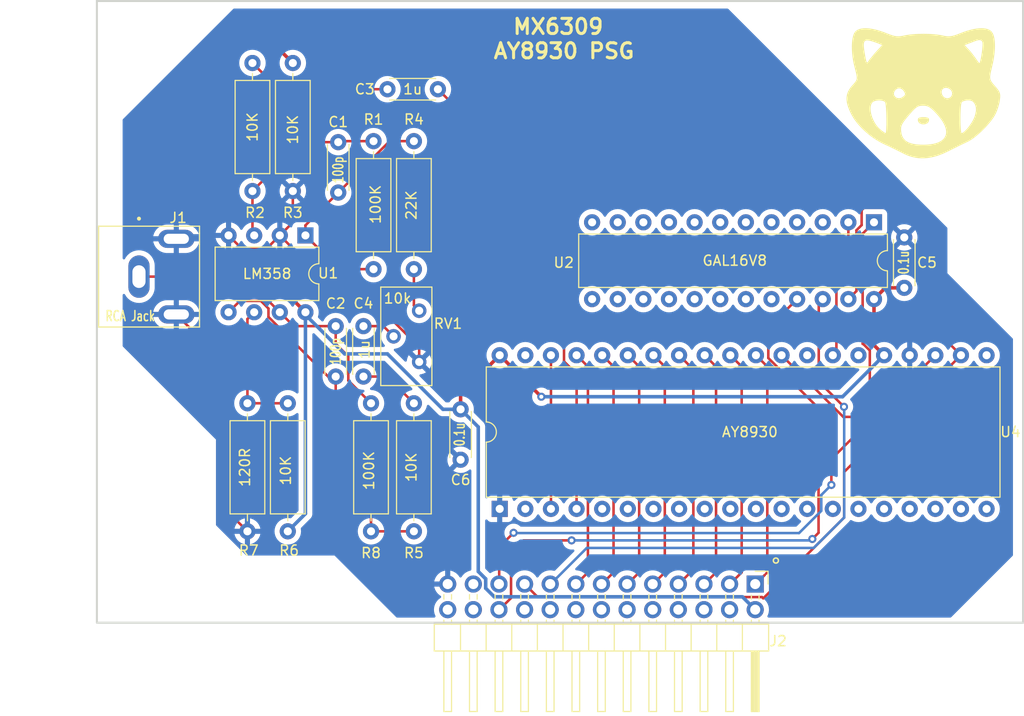
<source format=kicad_pcb>
(kicad_pcb (version 20211014) (generator pcbnew)

  (general
    (thickness 1.6)
  )

  (paper "A4")
  (layers
    (0 "F.Cu" signal)
    (31 "B.Cu" signal)
    (32 "B.Adhes" user "B.Adhesive")
    (33 "F.Adhes" user "F.Adhesive")
    (34 "B.Paste" user)
    (35 "F.Paste" user)
    (36 "B.SilkS" user "B.Silkscreen")
    (37 "F.SilkS" user "F.Silkscreen")
    (38 "B.Mask" user)
    (39 "F.Mask" user)
    (40 "Dwgs.User" user "User.Drawings")
    (41 "Cmts.User" user "User.Comments")
    (42 "Eco1.User" user "User.Eco1")
    (43 "Eco2.User" user "User.Eco2")
    (44 "Edge.Cuts" user)
    (45 "Margin" user)
    (46 "B.CrtYd" user "B.Courtyard")
    (47 "F.CrtYd" user "F.Courtyard")
    (48 "B.Fab" user)
    (49 "F.Fab" user)
    (50 "User.1" user)
    (51 "User.2" user)
    (52 "User.3" user)
    (53 "User.4" user)
    (54 "User.5" user)
    (55 "User.6" user)
    (56 "User.7" user)
    (57 "User.8" user)
    (58 "User.9" user)
  )

  (setup
    (stackup
      (layer "F.SilkS" (type "Top Silk Screen"))
      (layer "F.Paste" (type "Top Solder Paste"))
      (layer "F.Mask" (type "Top Solder Mask") (thickness 0.01))
      (layer "F.Cu" (type "copper") (thickness 0.035))
      (layer "dielectric 1" (type "core") (thickness 1.51) (material "FR4") (epsilon_r 4.5) (loss_tangent 0.02))
      (layer "B.Cu" (type "copper") (thickness 0.035))
      (layer "B.Mask" (type "Bottom Solder Mask") (thickness 0.01))
      (layer "B.Paste" (type "Bottom Solder Paste"))
      (layer "B.SilkS" (type "Bottom Silk Screen"))
      (copper_finish "None")
      (dielectric_constraints no)
    )
    (pad_to_mask_clearance 0)
    (pcbplotparams
      (layerselection 0x00010fc_ffffffff)
      (disableapertmacros false)
      (usegerberextensions false)
      (usegerberattributes true)
      (usegerberadvancedattributes true)
      (creategerberjobfile true)
      (svguseinch false)
      (svgprecision 6)
      (excludeedgelayer true)
      (plotframeref false)
      (viasonmask false)
      (mode 1)
      (useauxorigin false)
      (hpglpennumber 1)
      (hpglpenspeed 20)
      (hpglpendiameter 15.000000)
      (dxfpolygonmode true)
      (dxfimperialunits true)
      (dxfusepcbnewfont true)
      (psnegative false)
      (psa4output false)
      (plotreference true)
      (plotvalue true)
      (plotinvisibletext false)
      (sketchpadsonfab false)
      (subtractmaskfromsilk false)
      (outputformat 1)
      (mirror false)
      (drillshape 0)
      (scaleselection 1)
      (outputdirectory "../gerbers/sound_card/")
    )
  )

  (net 0 "")
  (net 1 "VCC")
  (net 2 "GND")
  (net 3 "unconnected-(J2-Pad12)")
  (net 4 "unconnected-(J2-Pad14)")
  (net 5 "unconnected-(J2-Pad15)")
  (net 6 "unconnected-(J2-Pad17)")
  (net 7 "unconnected-(J2-Pad18)")
  (net 8 "Net-(C1-Pad1)")
  (net 9 "unconnected-(J2-Pad20)")
  (net 10 "Net-(C1-Pad2)")
  (net 11 "Net-(C2-Pad1)")
  (net 12 "Net-(C4-Pad1)")
  (net 13 "Net-(C4-Pad2)")
  (net 14 "unconnected-(J2-Pad21)")
  (net 15 "unconnected-(J2-Pad22)")
  (net 16 "unconnected-(J2-Pad23)")
  (net 17 "unconnected-(J2-Pad24)")
  (net 18 "unconnected-(J2-Pad25)")
  (net 19 "Net-(U4-Pad23)")
  (net 20 "Net-(U4-Pad22)")
  (net 21 "Net-(U4-Pad30)")
  (net 22 "Net-(U4-Pad31)")
  (net 23 "Net-(U4-Pad32)")
  (net 24 "Net-(U4-Pad33)")
  (net 25 "Net-(U4-Pad34)")
  (net 26 "unconnected-(U2-Pad7)")
  (net 27 "unconnected-(U2-Pad8)")
  (net 28 "unconnected-(U2-Pad9)")
  (net 29 "unconnected-(U2-Pad11)")
  (net 30 "unconnected-(U2-Pad13)")
  (net 31 "unconnected-(U2-Pad14)")
  (net 32 "unconnected-(U2-Pad17)")
  (net 33 "Net-(U4-Pad35)")
  (net 34 "Net-(U4-Pad36)")
  (net 35 "Net-(U4-Pad37)")
  (net 36 "Net-(R4-Pad2)")
  (net 37 "unconnected-(U2-Pad10)")
  (net 38 "unconnected-(U2-Pad18)")
  (net 39 "unconnected-(U2-Pad19)")
  (net 40 "unconnected-(U2-Pad20)")
  (net 41 "Net-(R7-Pad1)")
  (net 42 "unconnected-(U2-Pad3)")
  (net 43 "unconnected-(U2-Pad4)")
  (net 44 "/Pre-amp Audio Out")
  (net 45 "/Audio Out")
  (net 46 "unconnected-(U2-Pad5)")
  (net 47 "unconnected-(U2-Pad6)")
  (net 48 "unconnected-(U2-Pad12)")
  (net 49 "unconnected-(U2-Pad15)")
  (net 50 "unconnected-(U2-Pad16)")
  (net 51 "unconnected-(U4-Pad2)")
  (net 52 "unconnected-(U4-Pad5)")
  (net 53 "unconnected-(U4-Pad6)")
  (net 54 "unconnected-(U4-Pad7)")
  (net 55 "unconnected-(U4-Pad8)")
  (net 56 "/PSG Control Register Direction")
  (net 57 "/PSG Control Register Select")
  (net 58 "unconnected-(U4-Pad9)")
  (net 59 "unconnected-(U4-Pad10)")
  (net 60 "unconnected-(U4-Pad11)")
  (net 61 "unconnected-(U4-Pad12)")
  (net 62 "unconnected-(U4-Pad13)")
  (net 63 "unconnected-(U4-Pad14)")
  (net 64 "unconnected-(U4-Pad15)")
  (net 65 "unconnected-(U4-Pad16)")
  (net 66 "unconnected-(U4-Pad17)")
  (net 67 "unconnected-(U4-Pad18)")
  (net 68 "unconnected-(U4-Pad19)")
  (net 69 "unconnected-(U4-Pad20)")
  (net 70 "unconnected-(U4-Pad21)")
  (net 71 "unconnected-(U4-Pad26)")
  (net 72 "unconnected-(U4-Pad28)")
  (net 73 "unconnected-(U4-Pad39)")
  (net 74 "Net-(U2-Pad21)")
  (net 75 "Net-(U2-Pad22)")
  (net 76 "unconnected-(J2-Pad19)")
  (net 77 "Net-(C3-Pad1)")

  (footprint "Resistor_THT:R_Axial_DIN0309_L9.0mm_D3.2mm_P12.70mm_Horizontal" (layer "F.Cu") (at 105.12 116.35 90))

  (footprint "Resistor_THT:R_Axial_DIN0309_L9.0mm_D3.2mm_P12.70mm_Horizontal" (layer "F.Cu") (at 117.12 111.4 -90))

  (footprint "Resistor_THT:R_Axial_DIN0309_L9.0mm_D3.2mm_P12.70mm_Horizontal" (layer "F.Cu") (at 101.12 116.35 90))

  (footprint "Resistor_THT:R_Axial_DIN0309_L9.0mm_D3.2mm_P12.70mm_Horizontal" (layer "F.Cu") (at 117.12 137.4 -90))

  (footprint "Resistor_THT:R_Axial_DIN0309_L9.0mm_D3.2mm_P12.70mm_Horizontal" (layer "F.Cu") (at 100.62 137.4 -90))

  (footprint "Package_DIP:DIP-24_W7.62mm" (layer "F.Cu") (at 162.725 119.45 -90))

  (footprint "Package_DIP:DIP-40_W15.24mm" (layer "F.Cu") (at 125.625 147.875 90))

  (footprint "Capacitor_THT:C_Disc_D4.3mm_W1.9mm_P5.00mm" (layer "F.Cu") (at 109.62 111.5 -90))

  (footprint "Package_DIP:DIP-8_W7.62mm" (layer "F.Cu") (at 106.37 120.75 -90))

  (footprint "Resistor_THT:R_Axial_DIN0309_L9.0mm_D3.2mm_P12.70mm_Horizontal" (layer "F.Cu") (at 113.12 124.1 90))

  (footprint "Capacitor_THT:C_Disc_D4.3mm_W1.9mm_P5.00mm" (layer "F.Cu") (at 109.37 134.75 90))

  (footprint "Resistor_THT:R_Axial_DIN0309_L9.0mm_D3.2mm_P12.70mm_Horizontal" (layer "F.Cu") (at 112.87 137.4 -90))

  (footprint "Capacitor_THT:C_Disc_D4.3mm_W1.9mm_P5.00mm" (layer "F.Cu") (at 114.5 106.25))

  (footprint "rca:SWITCHCRAFT_PJRAN1X1U04X" (layer "F.Cu") (at 89.87 124.8375 -90))

  (footprint "Capacitor_THT:C_Disc_D4.3mm_W1.9mm_P5.00mm" (layer "F.Cu") (at 112.12 134.75 90))

  (footprint "Capacitor_THT:C_Disc_D4.3mm_W1.9mm_P5.00mm" (layer "F.Cu") (at 165.725 125.95 90))

  (footprint "Potentiometer_THT:Potentiometer_Bourns_3296Y_Vertical" (layer "F.Cu") (at 117.645 133.3 -90))

  (footprint "Resistor_THT:R_Axial_DIN0309_L9.0mm_D3.2mm_P12.70mm_Horizontal" (layer "F.Cu") (at 104.62 137.4 -90))

  (footprint "Capacitor_THT:C_Disc_D4.3mm_W1.9mm_P5.00mm" (layer "F.Cu") (at 121.75 138 -90))

  (footprint "Connector_PinHeader_2.54mm:PinHeader_2x13_P2.54mm_Horizontal" (layer "F.Cu") (at 150.951288 155.332732 -90))

  (gr_circle (center 153 153) (end 153.25 153) (layer "F.SilkS") (width 0.15) (fill none) (tstamp 537f4caa-ea68-47c7-9e0e-6c315eb2cb2a))
  (gr_poly
    (pts
      (xy 167.704587 109.070107)
      (xy 167.775788 109.072738)
      (xy 167.808621 109.074762)
      (xy 167.839652 109.077281)
      (xy 167.868912 109.08031)
      (xy 167.896436 109.083865)
      (xy 167.922253 109.087963)
      (xy 167.946398 109.09262)
      (xy 167.968902 109.097852)
      (xy 167.989798 109.103674)
      (xy 168.009117 109.110104)
      (xy 168.026893 109.117158)
      (xy 168.043157 109.12485)
      (xy 168.057942 109.133199)
      (xy 168.07128 109.142219)
      (xy 168.083203 109.151927)
      (xy 168.093744 109.162339)
      (xy 168.102935 109.173472)
      (xy 168.110808 109.185341)
      (xy 168.117396 109.197962)
      (xy 168.12273 109.211352)
      (xy 168.126844 109.225527)
      (xy 168.129769 109.240503)
      (xy 168.131538 109.256296)
      (xy 168.132182 109.272923)
      (xy 168.131736 109.290399)
      (xy 168.130229 109.30874)
      (xy 168.127696 109.327963)
      (xy 168.124168 109.348084)
      (xy 168.119678 109.369119)
      (xy 168.110837 109.407566)
      (xy 168.097732 109.443533)
      (xy 168.080649 109.477019)
      (xy 168.059871 109.508025)
      (xy 168.035682 109.536551)
      (xy 168.008366 109.562596)
      (xy 167.978209 109.58616)
      (xy 167.945494 109.607244)
      (xy 167.910504 109.625848)
      (xy 167.873525 109.641971)
      (xy 167.834841 109.655613)
      (xy 167.794736 109.666775)
      (xy 167.753494 109.675457)
      (xy 167.711399 109.681658)
      (xy 167.668736 109.685379)
      (xy 167.625789 109.686619)
      (xy 167.582841 109.685379)
      (xy 167.540178 109.681658)
      (xy 167.498083 109.675457)
      (xy 167.456841 109.666775)
      (xy 167.416736 109.655613)
      (xy 167.378052 109.641971)
      (xy 167.341073 109.625848)
      (xy 167.306084 109.607244)
      (xy 167.273368 109.58616)
      (xy 167.243211 109.562596)
      (xy 167.215896 109.536551)
      (xy 167.191707 109.508025)
      (xy 167.170928 109.477019)
      (xy 167.153845 109.443533)
      (xy 167.140741 109.407566)
      (xy 167.1319 109.369119)
      (xy 167.123881 109.327963)
      (xy 167.119842 109.290399)
      (xy 167.119395 109.272923)
      (xy 167.12004 109.256296)
      (xy 167.121809 109.240503)
      (xy 167.124734 109.225527)
      (xy 167.128848 109.211352)
      (xy 167.134182 109.197962)
      (xy 167.14077 109.185341)
      (xy 167.148643 109.173472)
      (xy 167.157834 109.162339)
      (xy 167.168375 109.151927)
      (xy 167.180298 109.142219)
      (xy 167.193636 109.133199)
      (xy 167.208421 109.12485)
      (xy 167.224685 109.117158)
      (xy 167.24246 109.110104)
      (xy 167.26178 109.103674)
      (xy 167.305179 109.09262)
      (xy 167.355142 109.083865)
      (xy 167.411926 109.077281)
      (xy 167.475789 109.072738)
      (xy 167.546991 109.070107)
      (xy 167.625789 109.069258)
    ) (layer "F.SilkS") (width 0.1) (fill solid) (tstamp dc4a7a96-e206-4873-9ab9-c66e791b29eb))
  (gr_poly
    (pts
      (xy 173.5 100.25)
      (xy 173.588974 100.256102)
      (xy 173.674515 100.26549)
      (xy 173.75653 100.278171)
      (xy 173.834923 100.294157)
      (xy 173.909603 100.313457)
      (xy 173.980474 100.33608)
      (xy 174.047444 100.362036)
      (xy 174.110419 100.391335)
      (xy 174.169305 100.423986)
      (xy 174.224008 100.46)
      (xy 174.274435 100.499385)
      (xy 174.320492 100.542152)
      (xy 174.362086 100.588311)
      (xy 174.399122 100.63787)
      (xy 174.461138 100.740202)
      (xy 174.514912 100.861215)
      (xy 174.560469 100.999747)
      (xy 174.597835 101.154634)
      (xy 174.627037 101.324714)
      (xy 174.648099 101.508825)
      (xy 174.661048 101.705802)
      (xy 174.66591 101.914485)
      (xy 174.66271 102.133709)
      (xy 174.651475 102.362313)
      (xy 174.63223 102.599133)
      (xy 174.605001 102.843007)
      (xy 174.569813 103.092772)
      (xy 174.526694 103.347266)
      (xy 174.475667 103.605325)
      (xy 174.41676 103.865787)
      (xy 174.307344 104.332218)
      (xy 174.265452 104.52315)
      (xy 174.232654 104.690129)
      (xy 174.219795 104.76563)
      (xy 174.209365 104.836335)
      (xy 174.201416 104.90264)
      (xy 174.195998 104.964944)
      (xy 174.193165 105.023644)
      (xy 174.192967 105.079136)
      (xy 174.195456 105.131819)
      (xy 174.200684 105.182089)
      (xy 174.208702 105.230343)
      (xy 174.219563 105.27698)
      (xy 174.233317 105.322395)
      (xy 174.250017 105.366987)
      (xy 174.269715 105.411152)
      (xy 174.292461 105.455289)
      (xy 174.318308 105.499794)
      (xy 174.347307 105.545064)
      (xy 174.37951 105.591497)
      (xy 174.414969 105.639489)
      (xy 174.495859 105.741744)
      (xy 174.590393 105.855006)
      (xy 174.698982 105.982453)
      (xy 174.783585 106.077921)
      (xy 174.859042 106.166593)
      (xy 174.925713 106.24953)
      (xy 174.983961 106.327789)
      (xy 175.034148 106.402432)
      (xy 175.076635 106.474516)
      (xy 175.111783 106.545102)
      (xy 175.126719 106.580164)
      (xy 175.139956 106.615248)
      (xy 175.151539 106.650488)
      (xy 175.161513 106.686015)
      (xy 175.169925 106.721961)
      (xy 175.176818 106.758461)
      (xy 175.186232 106.833645)
      (xy 175.190116 106.912629)
      (xy 175.188833 106.996469)
      (xy 175.182744 107.086227)
      (xy 175.17221 107.182961)
      (xy 175.157595 107.287731)
      (xy 175.149163 107.359957)
      (xy 175.137268 107.437248)
      (xy 175.12217 107.518879)
      (xy 175.104126 107.604128)
      (xy 175.060236 107.782584)
      (xy 175.007663 107.966828)
      (xy 174.948476 108.151072)
      (xy 174.884742 108.329527)
      (xy 174.818528 108.496408)
      (xy 174.7519 108.645925)
      (xy 174.666552 108.811897)
      (xy 174.557769 108.990607)
      (xy 174.42816 109.179497)
      (xy 174.280335 109.37601)
      (xy 174.116904 109.577587)
      (xy 173.940477 109.78167)
      (xy 173.753662 109.985702)
      (xy 173.55907 110.187123)
      (xy 173.359311 110.383378)
      (xy 173.156993 110.571906)
      (xy 172.954727 110.750151)
      (xy 172.755123 110.915554)
      (xy 172.560789 111.065558)
      (xy 172.374336 111.197604)
      (xy 172.198374 111.309134)
      (xy 172.035511 111.397591)
      (xy 171.210893 111.794466)
      (xy 170.65637 112.067318)
      (xy 170.095233 112.350091)
      (xy 169.777875 112.502847)
      (xy 169.467158 112.636999)
      (xy 169.162693 112.752547)
      (xy 168.864094 112.849492)
      (xy 168.570972 112.927834)
      (xy 168.282941 112.987572)
      (xy 167.999612 113.028706)
      (xy 167.720598 113.051237)
      (xy 167.445511 113.055165)
      (xy 167.173964 113.040489)
      (xy 166.90557 113.007209)
      (xy 166.63994 112.955326)
      (xy 166.376687 112.884839)
      (xy 166.115424 112.795749)
      (xy 165.855763 112.688056)
      (xy 165.597317 112.561758)
      (xy 165.178393 112.348989)
      (xy 164.680094 112.103147)
      (xy 164.168567 111.857305)
      (xy 163.709956 111.644536)
      (xy 163.458993 111.51882)
      (xy 163.209556 111.380469)
      (xy 162.962753 111.230491)
      (xy 162.719698 111.069894)
      (xy 162.481499 110.899685)
      (xy 162.24927 110.720871)
      (xy 162.02412 110.534462)
      (xy 161.807161 110.341463)
      (xy 161.599503 110.142883)
      (xy 161.402259 109.939731)
      (xy 161.216538 109.733012)
      (xy 161.043452 109.523735)
      (xy 160.884112 109.312909)
      (xy 160.739629 109.101539)
      (xy 160.611114 108.890635)
      (xy 160.499678 108.681203)
      (xy 160.391369 108.45555)
      (xy 160.297968 108.241058)
      (xy 160.269134 108.166038)
      (xy 162.334857 108.166038)
      (xy 162.33678 108.258636)
      (xy 162.354483 108.451553)
      (xy 162.389912 108.652221)
      (xy 162.442161 108.857592)
      (xy 162.510326 109.064617)
      (xy 162.593504 109.270246)
      (xy 162.690789 109.471431)
      (xy 162.801278 109.665122)
      (xy 162.924065 109.848272)
      (xy 163.058247 110.017831)
      (xy 163.129329 110.096561)
      (xy 163.20292 110.17075)
      (xy 163.278907 110.240017)
      (xy 163.357178 110.30398)
      (xy 163.400332 110.339917)
      (xy 163.443616 110.374846)
      (xy 163.486744 110.408586)
      (xy 163.529433 110.440957)
      (xy 163.571398 110.471778)
      (xy 163.612356 110.500868)
      (xy 163.652022 110.528045)
      (xy 163.690112 110.55313)
      (xy 163.726341 110.575941)
      (xy 163.760426 110.596297)
      (xy 163.792083 110.614018)
      (xy 163.821026 110.628922)
      (xy 163.846972 110.640829)
      (xy 163.869636 110.649559)
      (xy 163.888735 110.654929)
      (xy 163.896858 110.656297)
      (xy 163.903984 110.656759)
      (xy 163.9183 110.648503)
      (xy 163.931493 110.624405)
      (xy 163.954558 110.532701)
      (xy 163.973282 110.389682)
      (xy 163.986643 110.217853)
      (xy 165.357228 110.217853)
      (xy 165.360256 110.310784)
      (xy 165.368011 110.409813)
      (xy 165.391236 110.588243)
      (xy 165.428128 110.753289)
      (xy 165.451838 110.830874)
      (xy 165.479129 110.90521)
      (xy 165.510056 110.976328)
      (xy 165.544676 111.044262)
      (xy 165.583042 111.109044)
      (xy 165.625209 111.170706)
      (xy 165.671233 111.22928)
      (xy 165.721168 111.284799)
      (xy 165.775069 111.337295)
      (xy 165.832992 111.3868)
      (xy 165.89499 111.433346)
      (xy 165.961119 111.476966)
      (xy 166.031434 111.517693)
      (xy 166.10599 111.555558)
      (xy 166.268043 111.622832)
      (xy 166.447717 111.679047)
      (xy 166.645453 111.724462)
      (xy 166.861688 111.759335)
      (xy 167.096863 111.783925)
      (xy 167.351417 111.798489)
      (xy 167.625789 111.803286)
      (xy 167.850105 111.799436)
      (xy 168.063299 111.787986)
      (xy 168.265304 111.769088)
      (xy 168.456057 111.742894)
      (xy 168.635493 111.709555)
      (xy 168.803546 111.669225)
      (xy 168.960154 111.622053)
      (xy 169.105251 111.568193)
      (xy 169.238772 111.507795)
      (xy 169.360653 111.441013)
      (xy 169.470829 111.367997)
      (xy 169.569236 111.288899)
      (xy 169.655809 111.203871)
      (xy 169.730484 111.113066)
      (xy 169.793195 111.016634)
      (xy 169.843879 110.914727)
      (xy 169.882471 110.807498)
      (xy 169.908905 110.695098)
      (xy 169.923118 110.577679)
      (xy 169.925046 110.455393)
      (xy 169.914622 110.328391)
      (xy 169.891783 110.196825)
      (xy 169.856465 110.060848)
      (xy 169.808601 109.92061)
      (xy 169.748129 109.776265)
      (xy 169.674983 109.627962)
      (xy 169.589099 109.475855)
      (xy 169.490413 109.320095)
      (xy 169.405833 109.199345)
      (xy 171.243966 109.199345)
      (xy 171.254198 109.742396)
      (xy 171.281173 110.208345)
      (xy 171.300746 110.392705)
      (xy 171.324272 110.534148)
      (xy 171.351673 110.624793)
      (xy 171.366803 110.648603)
      (xy 171.382873 110.656759)
      (xy 171.415705 110.653702)
      (xy 171.451228 110.64471)
      (xy 171.489237 110.630045)
      (xy 171.52953 110.609974)
      (xy 171.616153 110.554672)
      (xy 171.709468 110.480921)
      (xy 171.807847 110.39084)
      (xy 171.909662 110.286549)
      (xy 172.013286 110.170165)
      (xy 172.117091 110.043807)
      (xy 172.219449 109.909595)
      (xy 172.318733 109.769646)
      (xy 172.413313 109.626081)
      (xy 172.501564 109.481016)
      (xy 172.581856 109.336572)
      (xy 172.652562 109.194866)
      (xy 172.712054 109.058018)
      (xy 172.758705 108.928147)
      (xy 172.786615 108.825539)
      (xy 172.810829 108.729055)
      (xy 172.831375 108.638204)
      (xy 172.848277 108.552494)
      (xy 172.861563 108.471435)
      (xy 172.871256 108.394536)
      (xy 172.877384 108.321307)
      (xy 172.879972 108.251255)
      (xy 172.879046 108.18389)
      (xy 172.874632 108.118722)
      (xy 172.866756 108.055259)
      (xy 172.855443 107.993011)
      (xy 172.84072 107.931486)
      (xy 172.822612 107.870193)
      (xy 172.801145 107.808642)
      (xy 172.776344 107.746342)
      (xy 172.746325 107.689067)
      (xy 172.715607 107.636237)
      (xy 172.683908 107.587747)
      (xy 172.650943 107.543495)
      (xy 172.616428 107.503377)
      (xy 172.580078 107.467289)
      (xy 172.541609 107.435129)
      (xy 172.521491 107.42049)
      (xy 172.500737 107.406793)
      (xy 172.479311 107.394027)
      (xy 172.457178 107.382178)
      (xy 172.434302 107.371234)
      (xy 172.410648 107.36118)
      (xy 172.360862 107.343697)
      (xy 172.307536 107.329623)
      (xy 172.250386 107.318857)
      (xy 172.189128 107.311295)
      (xy 172.123477 107.306834)
      (xy 172.053149 107.30537)
      (xy 172.000082 107.306584)
      (xy 171.946937 107.310124)
      (xy 171.894051 107.315834)
      (xy 171.841758 107.32356)
      (xy 171.790396 107.333146)
      (xy 171.740301 107.344437)
      (xy 171.691807 107.357279)
      (xy 171.64525 107.371516)
      (xy 171.600968 107.386993)
      (xy 171.559295 107.403555)
      (xy 171.520568 107.421048)
      (xy 171.485123 107.439315)
      (xy 171.453294 107.458203)
      (xy 171.425419 107.477556)
      (xy 171.401833 107.497219)
      (xy 171.391754 107.507118)
      (xy 171.382873 107.517037)
      (xy 171.365301 107.552426)
      (xy 171.34896 107.601713)
      (xy 171.319931 107.738039)
      (xy 171.295707 107.918136)
      (xy 171.276212 108.134122)
      (xy 171.251098 108.642239)
      (xy 171.243966 109.199345)
      (xy 169.405833 109.199345)
      (xy 169.378858 109.160835)
      (xy 169.254372 108.998224)
      (xy 169.116889 108.832417)
      (xy 168.966345 108.663563)
      (xy 168.85167 108.540888)
      (xy 168.745135 108.430434)
      (xy 168.645783 108.331607)
      (xy 168.552658 108.243813)
      (xy 168.464803 108.166458)
      (xy 168.381264 108.098947)
      (xy 168.301084 108.040686)
      (xy 168.223306 107.991081)
      (xy 168.18502 107.969339)
      (xy 168.146976 107.949538)
      (xy 168.109055 107.931603)
      (xy 168.071137 107.915461)
      (xy 168.033102 107.901038)
      (xy 167.994832 107.888258)
      (xy 167.956206 107.877048)
      (xy 167.917106 107.867333)
      (xy 167.837003 107.852093)
      (xy 167.753568 107.841943)
      (xy 167.665842 107.836289)
      (xy 167.572872 107.834536)
      (xy 167.477374 107.836323)
      (xy 167.388491 107.842219)
      (xy 167.304982 107.853023)
      (xy 167.225607 107.869538)
      (xy 167.149126 107.892564)
      (xy 167.074298 107.922903)
      (xy 166.999884 107.961354)
      (xy 166.924643 108.00872)
      (xy 166.847335 108.065801)
      (xy 166.76672 108.133398)
      (xy 166.681557 108.212313)
      (xy 166.590607 108.303345)
      (xy 166.492628 108.407297)
      (xy 166.386382 108.524968)
      (xy 166.144123 108.804676)
      (xy 166.018553 108.953314)
      (xy 165.906032 109.08924)
      (xy 165.805965 109.213798)
      (xy 165.717758 109.32833)
      (xy 165.640816 109.43418)
      (xy 165.574545 109.532693)
      (xy 165.518351 109.625211)
      (xy 165.493847 109.669642)
      (xy 165.47164 109.713078)
      (xy 165.451655 109.755687)
      (xy 165.433817 109.797638)
      (xy 165.418053 109.839097)
      (xy 165.404288 109.880234)
      (xy 165.392449 109.921216)
      (xy 165.382459 109.96221)
      (xy 165.374247 110.003385)
      (xy 165.367736 110.044909)
      (xy 165.362853 110.08695)
      (xy 165.359524 110.129676)
      (xy 165.357228 110.217853)
      (xy 163.986643 110.217853)
      (xy 163.987768 110.203384)
      (xy 164.004443 109.733094)
      (xy 164.005407 109.186116)
      (xy 163.991489 108.626736)
      (xy 163.963515 108.119239)
      (xy 163.944515 107.905036)
      (xy 163.922311 107.727911)
      (xy 163.897007 107.595899)
      (xy 163.868706 107.517037)
      (xy 163.850193 107.492957)
      (xy 163.827881 107.470334)
      (xy 163.802004 107.449178)
      (xy 163.772794 107.429497)
      (xy 163.740484 107.411302)
      (xy 163.705305 107.394602)
      (xy 163.627274 107.365728)
      (xy 163.540561 107.342952)
      (xy 163.447026 107.326351)
      (xy 163.348531 107.316002)
      (xy 163.246935 107.311985)
      (xy 163.144099 107.314375)
      (xy 163.041883 107.32325)
      (xy 162.942148 107.338688)
      (xy 162.846753 107.360767)
      (xy 162.757559 107.389564)
      (xy 162.715869 107.406506)
      (xy 162.676427 107.425156)
      (xy 162.639466 107.445525)
      (xy 162.605217 107.467621)
      (xy 162.573914 107.491455)
      (xy 162.545789 107.517037)
      (xy 162.500709 107.568185)
      (xy 162.461303 107.625463)
      (xy 162.427458 107.688489)
      (xy 162.399063 107.756884)
      (xy 162.376003 107.830266)
      (xy 162.358165 107.908253)
      (xy 162.345437 107.990465)
      (xy 162.337706 108.07652)
      (xy 162.334857 108.166038)
      (xy 160.269134 108.166038)
      (xy 160.219502 108.036902)
      (xy 160.155996 107.842254)
      (xy 160.129861 107.748237)
      (xy 160.107476 107.656288)
      (xy 160.088844 107.566302)
      (xy 160.073968 107.478176)
      (xy 160.062851 107.391808)
      (xy 160.055498 107.307093)
      (xy 160.05191 107.223928)
      (xy 160.052091 107.14221)
      (xy 160.056045 107.061836)
      (xy 160.063775 106.982703)
      (xy 160.075283 106.904706)
      (xy 160.090573 106.827742)
      (xy 160.109649 106.751709)
      (xy 160.128847 106.68856)
      (xy 164.650054 106.68856)
      (xy 164.652533 106.737432)
      (xy 164.660023 106.785083)
      (xy 164.672286 106.831274)
      (xy 164.689086 106.875767)
      (xy 164.710189 106.918321)
      (xy 164.735358 106.958699)
      (xy 164.764358 106.99666)
      (xy 164.796952 107.031967)
      (xy 164.832906 107.06438)
      (xy 164.871982 107.09366)
      (xy 164.913946 107.119568)
      (xy 164.958562 107.141866)
      (xy 165.005593 107.160313)
      (xy 165.054805 107.174672)
      (xy 165.105961 107.184702)
      (xy 165.158825 107.190166)
      (xy 165.213163 107.190824)
      (xy 165.268737 107.186436)
      (xy 165.325312 107.176765)
      (xy 165.382653 107.161571)
      (xy 165.440524 107.140616)
      (xy 165.498688 107.113659)
      (xy 165.556911 107.080462)
      (xy 165.614956 107.040786)
      (xy 165.661887 107.005379)
      (xy 165.703495 106.971678)
      (xy 165.739832 106.93932)
      (xy 165.75604 106.923531)
      (xy 165.77095 106.907943)
      (xy 165.784568 106.89251)
      (xy 165.7969 106.877187)
      (xy 165.807953 106.861929)
      (xy 165.817734 106.84669)
      (xy 165.826249 106.831425)
      (xy 165.833504 106.816089)
      (xy 165.839506 106.800636)
      (xy 165.844261 106.785022)
      (xy 165.847776 106.769202)
      (xy 165.850058 106.753129)
      (xy 165.851112 106.73676)
      (xy 165.850945 106.720048)
      (xy 165.849563 106.702948)
      (xy 165.846974 106.685416)
      (xy 165.843183 106.667406)
      (xy 165.838198 106.648872)
      (xy 165.832024 106.62977)
      (xy 165.824667 106.610055)
      (xy 165.816135 106.58968)
      (xy 165.806434 106.568601)
      (xy 165.793859 106.544176)
      (xy 169.383235 106.544176)
      (xy 169.384942 106.578295)
      (xy 169.388441 106.612617)
      (xy 169.393704 106.647023)
      (xy 169.400702 106.681394)
      (xy 169.409404 106.71561)
      (xy 169.419783 106.749551)
      (xy 169.431809 106.783098)
      (xy 169.445453 106.816132)
      (xy 169.460687 106.848533)
      (xy 169.47748 106.880181)
      (xy 169.495804 106.910957)
      (xy 169.51563 106.940741)
      (xy 169.536929 106.969415)
      (xy 169.559671 106.996857)
      (xy 169.583828 107.02295)
      (xy 169.609371 107.047574)
      (xy 169.63627 107.070608)
      (xy 169.664497 107.091933)
      (xy 169.694022 107.111431)
      (xy 169.724816 107.128981)
      (xy 169.771045 107.150035)
      (xy 169.817042 107.16698)
      (xy 169.862676 107.179947)
      (xy 169.90782 107.189063)
      (xy 169.952344 107.194459)
      (xy 169.996118 107.196263)
      (xy 170.039014 107.194606)
      (xy 170.080902 107.189614)
      (xy 170.121653 107.181419)
      (xy 170.161138 107.17015)
      (xy 170.199228 107.155934)
      (xy 170.235793 107.138903)
      (xy 170.270705 107.119184)
      (xy 170.303834 107.096907)
      (xy 170.335051 107.072201)
      (xy 170.364227 107.045196)
      (xy 170.391232 107.01602)
      (xy 170.415937 106.984804)
      (xy 170.438214 106.951675)
      (xy 170.457933 106.916763)
      (xy 170.474965 106.880198)
      (xy 170.48918 106.842108)
      (xy 170.50045 106.802623)
      (xy 170.508645 106.761871)
      (xy 170.513636 106.719983)
      (xy 170.515294 106.677088)
      (xy 170.513489 106.633313)
      (xy 170.508093 106.58879)
      (xy 170.498977 106.543646)
      (xy 170.48601 106.498011)
      (xy 170.469064 106.452015)
      (xy 170.44801 106.405786)
      (xy 170.43046 106.374992)
      (xy 170.410963 106.345467)
      (xy 170.389637 106.31724)
      (xy 170.366603 106.290341)
      (xy 170.34198 106.264798)
      (xy 170.315887 106.240641)
      (xy 170.288444 106.217899)
      (xy 170.259771 106.1966)
      (xy 170.229986 106.176774)
      (xy 170.19921 106.15845)
      (xy 170.167562 106.141657)
      (xy 170.135162 106.126424)
      (xy 170.102128 106.112779)
      (xy 170.068581 106.100753)
      (xy 170.03464 106.090375)
      (xy 170.000424 106.081672)
      (xy 169.966053 106.074675)
      (xy 169.931647 106.069412)
      (xy 169.897325 106.065912)
      (xy 169.863206 106.064205)
      (xy 169.82941 106.06432)
      (xy 169.796057 106.066285)
      (xy 169.763266 106.07013)
      (xy 169.731156 106.075884)
      (xy 169.699847 106.083576)
      (xy 169.669458 106.093235)
      (xy 169.64011 106.104889)
      (xy 169.611921 106.118569)
      (xy 169.585011 106.134303)
      (xy 169.5595 106.15212)
      (xy 169.535506 106.172049)
      (xy 169.51315 106.19412)
      (xy 169.491079 106.216476)
      (xy 169.47115 106.240469)
      (xy 169.453333 106.265981)
      (xy 169.437599 106.292891)
      (xy 169.423919 106.32108)
      (xy 169.412264 106.350428)
      (xy 169.402606 106.380817)
      (xy 169.394914 106.412125)
      (xy 169.38916 106.444235)
      (xy 169.385315 106.477027)
      (xy 169.38335 106.51038)
      (xy 169.383235 106.544176)
      (xy 165.793859 106.544176)
      (xy 165.78355 106.524151)
      (xy 165.756067 106.476342)
      (xy 165.73251 106.43929)
      (xy 165.708171 106.404206)
      (xy 165.683096 106.371091)
      (xy 165.65733 106.339951)
      (xy 165.630918 106.310786)
      (xy 165.603906 106.283602)
      (xy 165.576337 106.2584)
      (xy 165.548259 106.235185)
      (xy 165.519715 106.21396)
      (xy 165.490751 106.194727)
      (xy 165.461413 106.17749)
      (xy 165.431745 106.162253)
      (xy 165.401794 106.149018)
      (xy 165.371603 106.137788)
      (xy 165.341218 106.128568)
      (xy 165.310685 106.121359)
      (xy 165.280048 106.116167)
      (xy 165.249353 106.112992)
      (xy 165.218646 106.11184)
      (xy 165.187971 106.112712)
      (xy 165.157373 106.115613)
      (xy 165.126898 106.120546)
      (xy 165.09659 106.127513)
      (xy 165.066496 106.136518)
      (xy 165.036661 106.147564)
      (xy 165.007129 106.160655)
      (xy 164.977946 106.175794)
      (xy 164.949157 106.192983)
      (xy 164.920807 106.212227)
      (xy 164.892941 106.233528)
      (xy 164.865606 106.256889)
      (xy 164.838845 106.282315)
      (xy 164.792762 106.332349)
      (xy 164.753574 106.383075)
      (xy 164.721047 106.434253)
      (xy 164.694943 106.485644)
      (xy 164.675028 106.537009)
      (xy 164.661065 106.58811)
      (xy 164.652819 106.638706)
      (xy 164.650054 106.68856)
      (xy 160.128847 106.68856)
      (xy 160.132513 106.676502)
      (xy 160.159169 106.602019)
      (xy 160.18962 106.528157)
      (xy 160.223869 106.454811)
      (xy 160.261919 106.381878)
      (xy 160.303774 106.309255)
      (xy 160.349438 106.236839)
      (xy 160.398912 106.164527)
      (xy 160.4522 106.092214)
      (xy 160.570234 105.947175)
      (xy 160.772599 105.720557)
      (xy 160.85262 105.626032)
      (xy 160.919153 105.539827)
      (xy 160.972664 105.45879)
      (xy 160.994681 105.419224)
      (xy 161.013618 105.379768)
      (xy 161.029531 105.340028)
      (xy 161.042479 105.29961)
      (xy 161.05252 105.258119)
      (xy 161.059713 105.215162)
      (xy 161.064115 105.170344)
      (xy 161.065785 105.123272)
      (xy 161.06116 105.020789)
      (xy 161.046303 104.90456)
      (xy 161.021679 104.771433)
      (xy 160.987753 104.618256)
      (xy 160.944991 104.441876)
      (xy 160.834817 104.006898)
      (xy 160.773003 103.756672)
      (xy 160.71982 103.503294)
      (xy 160.675214 103.248572)
      (xy 160.639136 102.994315)
      (xy 160.611532 102.742332)
      (xy 160.592351 102.494432)
      (xy 160.581542 102.252422)
      (xy 160.579053 102.018113)
      (xy 160.582816 101.871756)
      (xy 161.663703 101.871756)
      (xy 161.665529 101.948437)
      (xy 161.670356 102.03086)
      (xy 161.68843 102.213217)
      (xy 161.716761 102.419397)
      (xy 161.754688 102.659348)
      (xy 161.789487 102.870567)
      (xy 161.821755 103.054087)
      (xy 161.852085 103.210943)
      (xy 161.866709 103.279694)
      (xy 161.881071 103.342166)
      (xy 161.895246 103.39849)
      (xy 161.909308 103.448792)
      (xy 161.923331 103.493204)
      (xy 161.93739 103.531854)
      (xy 161.951558 103.56487)
      (xy 161.965911 103.592384)
      (xy 161.980522 103.614523)
      (xy 161.995465 103.631417)
      (xy 162.003085 103.637937)
      (xy 162.010816 103.643195)
      (xy 162.018667 103.647206)
      (xy 162.026648 103.649986)
      (xy 162.034767 103.651552)
      (xy 162.043035 103.651919)
      (xy 162.05146 103.651105)
      (xy 162.060052 103.649124)
      (xy 162.06882 103.645994)
      (xy 162.077774 103.64173)
      (xy 162.096273 103.629866)
      (xy 162.115625 103.613661)
      (xy 162.135905 103.593245)
      (xy 162.157185 103.568746)
      (xy 162.179541 103.540294)
      (xy 162.203047 103.508017)
      (xy 162.227777 103.472046)
      (xy 162.281206 103.389536)
      (xy 162.350073 103.300101)
      (xy 162.435271 103.193304)
      (xy 162.640598 102.944155)
      (xy 162.869077 102.675161)
      (xy 163.092595 102.419397)
      (xy 163.621761 101.854953)
      (xy 171.629817 101.854953)
      (xy 172.070789 102.331203)
      (xy 172.167045 102.438001)
      (xy 172.268675 102.557201)
      (xy 172.372786 102.68467)
      (xy 172.476483 102.816272)
      (xy 172.576873 102.947875)
      (xy 172.671062 103.075343)
      (xy 172.756156 103.194544)
      (xy 172.829261 103.301342)
      (xy 172.862101 103.350085)
      (xy 172.894373 103.396943)
      (xy 172.925922 103.441682)
      (xy 172.956592 103.48407)
      (xy 172.986228 103.523873)
      (xy 173.014676 103.560861)
      (xy 173.04178 103.594799)
      (xy 173.067386 103.625456)
      (xy 173.091338 103.6526)
      (xy 173.113481 103.675996)
      (xy 173.133661 103.695414)
      (xy 173.142966 103.703557)
      (xy 173.151722 103.710619)
      (xy 173.159909 103.71657)
      (xy 173.167509 103.721381)
      (xy 173.174501 103.725023)
      (xy 173.180867 103.727466)
      (xy 173.186587 103.728682)
      (xy 173.191641 103.728642)
      (xy 173.196011 103.727316)
      (xy 173.199677 103.724676)
      (xy 173.214805 103.706788)
      (xy 173.230372 103.679967)
      (xy 173.262515 103.601824)
      (xy 173.295485 103.494845)
      (xy 173.328661 103.36363)
      (xy 173.393154 103.046888)
      (xy 173.451031 102.688391)
      (xy 173.497333 102.324934)
      (xy 173.527099 101.993309)
      (xy 173.534231 101.850932)
      (xy 173.535368 101.73031)
      (xy 173.52989 101.636044)
      (xy 173.517178 101.572731)
      (xy 173.496059 101.525607)
      (xy 173.472254 101.483469)
      (xy 173.459278 101.464278)
      (xy 173.445554 101.446344)
      (xy 173.431055 101.429669)
      (xy 173.415754 101.414257)
      (xy 173.399627 101.400111)
      (xy 173.382647 101.387234)
      (xy 173.364788 101.37563)
      (xy 173.346025 101.365302)
      (xy 173.326332 101.356253)
      (xy 173.305683 101.348486)
      (xy 173.284052 101.342004)
      (xy 173.261413 101.336811)
      (xy 173.237741 101.33291)
      (xy 173.21301 101.330304)
      (xy 173.160265 101.32899)
      (xy 173.102973 101.332896)
      (xy 173.040927 101.342047)
      (xy 172.97392 101.356469)
      (xy 172.901745 101.376188)
      (xy 172.824196 101.40123)
      (xy 172.741066 101.43162)
      (xy 172.053149 101.696203)
      (xy 171.629817 101.854953)
      (xy 163.621761 101.854953)
      (xy 163.145511 101.660926)
      (xy 162.897891 101.56945)
      (xy 162.676806 101.493839)
      (xy 162.481095 101.434661)
      (xy 162.39239 101.411411)
      (xy 162.309593 101.392484)
      (xy 162.232558 101.377949)
      (xy 162.16114 101.367877)
      (xy 162.095193 101.36234)
      (xy 162.034572 101.361409)
      (xy 161.979131 101.365155)
      (xy 161.928725 101.373648)
      (xy 161.88321 101.38696)
      (xy 161.842439 101.405162)
      (xy 161.806267 101.428325)
      (xy 161.774549 101.456519)
      (xy 161.747139 101.489817)
      (xy 161.723893 101.528289)
      (xy 161.704664 101.572006)
      (xy 161.689308 101.62104)
      (xy 161.67768 101.67546)
      (xy 161.669633 101.735339)
      (xy 161.665022 101.800748)
      (xy 161.663703 101.871756)
      (xy 160.582816 101.871756)
      (xy 160.584832 101.793312)
      (xy 160.598828 101.579828)
      (xy 160.620989 101.37947)
      (xy 160.651262 101.194046)
      (xy 160.689598 101.025366)
      (xy 160.735943 100.875237)
      (xy 160.790246 100.745469)
      (xy 160.820366 100.688785)
      (xy 160.852456 100.63787)
      (xy 160.889492 100.588311)
      (xy 160.931086 100.542152)
      (xy 160.977143 100.499385)
      (xy 161.02757 100.46)
      (xy 161.141159 100.391335)
      (xy 161.271104 100.33608)
      (xy 161.416655 100.294157)
      (xy 161.577063 100.26549)
      (xy 161.751579 100.25)
      (xy 161.939452 100.24761)
      (xy 162.139936 100.258242)
      (xy 162.352278 100.281819)
      (xy 162.575731 100.318264)
      (xy 162.809546 100.367499)
      (xy 163.052972 100.429446)
      (xy 163.30526 100.504028)
      (xy 163.565662 100.591168)
      (xy 163.833428 100.690787)
      (xy 164.004223 100.759456)
      (xy 164.160471 100.820116)
      (xy 164.303748 100.873024)
      (xy 164.435631 100.918439)
      (xy 164.557695 100.956619)
      (xy 164.671516 100.987823)
      (xy 164.778672 101.012309)
      (xy 164.880737 101.030336)
      (xy 164.979288 101.042161)
      (xy 165.075902 101.048043)
      (xy 165.172153 101.048242)
      (xy 165.269619 101.043014)
      (xy 165.369876 101.032618)
      (xy 165.474499 101.017313)
      (xy 165.585065 100.997357)
      (xy 165.70315 100.973009)
      (xy 165.898263 100.932701)
      (xy 166.111463 100.897768)
      (xy 166.340166 100.868209)
      (xy 166.581787 100.844024)
      (xy 166.833744 100.825214)
      (xy 167.093453 100.811778)
      (xy 167.625789 100.801029)
      (xy 168.158125 100.811778)
      (xy 168.417834 100.825214)
      (xy 168.669791 100.844024)
      (xy 168.911412 100.868209)
      (xy 169.140115 100.897768)
      (xy 169.353315 100.932701)
      (xy 169.548428 100.973009)
      (xy 169.666512 100.997357)
      (xy 169.777078 101.017313)
      (xy 169.881702 101.032618)
      (xy 169.981958 101.043014)
      (xy 170.079424 101.048242)
      (xy 170.175676 101.048043)
      (xy 170.272289 101.042161)
      (xy 170.370841 101.030336)
      (xy 170.472906 101.012309)
      (xy 170.580061 100.987823)
      (xy 170.693883 100.956619)
      (xy 170.815947 100.918439)
      (xy 170.94783 100.873024)
      (xy 171.091107 100.820116)
      (xy 171.41815 100.690787)
      (xy 171.685916 100.591168)
      (xy 171.946318 100.504028)
      (xy 172.198606 100.429446)
      (xy 172.442032 100.367499)
      (xy 172.675847 100.318264)
      (xy 172.8993 100.281819)
      (xy 173.111643 100.258242)
      (xy 173.213414 100.251303)
      (xy 173.312126 100.24761)
      (xy 173.407686 100.247172)
    ) (layer "F.SilkS") (width 0.1) (fill solid) (tstamp dfc48039-c5dc-41c0-b0ed-a8ad9e64f388))
  (gr_rect (start 85.69815 97.5) (end 177.5 159.166226) (layer "Edge.Cuts") (width 0.2) (fill none) (tstamp 48d317a0-f82e-4611-b816-e7b82c8e4cd5))
  (gr_text "MX6309 \nAY8930 PSG" (at 132 101.25) (layer "F.SilkS") (tstamp 3a4d23f4-622a-48ef-af2a-2b15b6506a7f)
    (effects (font (size 1.5 1.5) (thickness 0.3)))
  )

  (segment (start 129.74 136.75) (end 125.625 132.635) (width 0.35) (layer "F.Cu") (net 1) (tstamp 026a84eb-da37-4ad2-a361-a36538bfd185))
  (segment (start 162.725 127.07) (end 162.725 131.635) (width 0.35) (layer "F.Cu") (net 1) (tstamp 0457f4fd-09f8-41b8-a05b-dcff549adfc7))
  (segment (start 162.725 131.635) (end 163.725 132.635) (width 0.35) (layer "F.Cu") (net 1) (tstamp 22c768cb-c7be-4f59-82bf-a8aae8c6f0e7))
  (segment (start 99.2075 124.3375) (end 102.3375 124.3375) (width 0.35) (layer "F.Cu") (net 1) (tstamp 2686266c-7257-47f0-b661-128368d65bbe))
  (segment (start 121.75 138) (end 121.75 136.51) (width 0.35) (layer "F.Cu") (net 1) (tstamp 347dbf70-b078-4f43-88f7-4ce10fb2f7bc))
  (segment (start 102.72 101.25) (end 97.5 101.25) (width 0.35) (layer "F.Cu") (net 1) (tstamp 52498f44-f312-4fc1-9e48-3fe5cb5ffdb5))
  (segment (start 105.12 103.65) (end 102.72 101.25) (width 0.35) (layer "F.Cu") (net 1) (tstamp 528adcfe-a95d-46e5-a9d8-ffd9e16b53c4))
  (segment (start 163.845 125.95) (end 162.725 127.07) (width 0.35) (layer "F.Cu") (net 1) (tstamp 62ab5ad7-3801-4c80-ad37-22290a54e5c5))
  (segment (start 97.5 101.25) (end 96.62 102.13) (width 0.35) (layer "F.Cu") (net 1) (tstamp 6b49aec3-5a3a-4363-9f8b-d597accdd77b))
  (segment (start 165.725 125.95) (end 163.845 125.95) (width 0.35) (layer "F.Cu") (net 1) (tstamp 849adefd-7f06-46c6-bf7e-4b0c20ebae4d))
  (segment (start 129.75 136.75) (end 129.74 136.75) (width 0.35) (layer "F.Cu") (net 1) (tstamp 897cdad7-0e9a-4382-9d71-67e13248ecb0))
  (segment (start 96.62 102.13) (end 96.62 121.75) (width 0.35) (layer "F.Cu") (net 1) (tstamp cba56969-e1f8-4784-b34d-f9e280ff6cdb))
  (segment (start 121.75 136.51) (end 125.625 132.635) (width 0.35) (layer "F.Cu") (net 1) (tstamp d0547bf3-12c0-44e1-9b66-4b6c698beb9c))
  (segment (start 102.3375 124.3375) (end 106.37 128.37) (width 0.35) (layer "F.Cu") (net 1) (tstamp d580b5fc-cc74-4676-bede-5d43a2f0258a))
  (segment (start 96.62 121.75) (end 99.2075 124.3375) (width 0.35) (layer "F.Cu") (net 1) (tstamp d84371fb-eed9-48d2-a6e6-41e9ba0f88e3))
  (via (at 129.75 136.75) (size 0.8) (drill 0.4) (layers "F.Cu" "B.Cu") (net 1) (tstamp 3edc6b31-eacc-4dd6-b7f3-39bce16844e4))
  (segment (start 106.37 148.35) (end 104.62 150.1) (width 0.35) (layer "B.Cu") (net 1) (tstamp 11a8909b-9399-4f46-99d2-40787d5de506))
  (segment (start 125.081593 156.595449) (end 124.236288 155.750144) (width 0.35) (layer "B.Cu") (net 1) (tstamp 138c4e0a-3310-4061-b1f0-0aebad351ff1))
  (segment (start 123.5 139.75) (end 121.75 138) (width 0.35) (layer "B.Cu") (net 1) (tstamp 43216b89-d530-458d-8be9-5fb1ae4c6e8b))
  (segment (start 123.5 154.082588) (end 123.5 139.75) (width 0.35) (layer "B.Cu") (net 1) (tstamp 44689d10-05cf-4a39-9aa8-9ef02b8faad8))
  (segment (start 110.25 132.5) (end 106.37 128.62) (width 0.35) (layer "B.Cu") (net 1) (tstamp 464399df-c991-4dfe-a553-8b7b3d06d42e))
  (segment (start 120 138) (end 114.5 132.5) (width 0.35) (layer "B.Cu") (net 1) (tstamp 46df377a-0346-47d3-b65d-0b66ca090ed1))
  (segment (start 124.236288 155.750144) (end 124.236288 154.818876) (width 0.35) (layer "B.Cu") (net 1) (tstamp 55f96a77-2140-4450-b85d-e19485dca3d2))
  (segment (start 129.74 136.75) (end 129.75 136.75) (width 0.35) (layer "B.Cu") (net 1) (tstamp 6a1807d4-45d8-4bc3-afd7-d8a13bd54061))
  (segment (start 129.74 136.75) (end 159.61 136.75) (width 0.35) (layer "B.Cu") (net 1) (tstamp 70b5cc2a-e4af-4214-bfe7-60dc7589494a))
  (segment (start 106.37 128.62) (end 106.37 128.37) (width 0.35) (layer "B.Cu") (net 1) (tstamp 756635d3-83e7-487a-b428-fa34386569f5))
  (segment (start 106.37 128.37) (end 106.37 148.35) (width 0.35) (layer "B.Cu") (net 1) (tstamp a2579e16-c2c8-493d-a38d-7e874268b3a1))
  (segment (start 150.975 157.89) (end 149.680449 156.595449) (width 0.35) (layer "B.Cu") (net 1) (tstamp bd0ae129-a30c-4a91-9fe4-8efe29ccd6d1))
  (segment (start 124.236288 154.818876) (end 123.5 154.082588) (width 0.35) (layer "B.Cu") (net 1) (tstamp d0dace57-f822-400a-bf67-2659fcf9dc80))
  (segment (start 114.5 132.5) (end 110.25 132.5) (width 0.35) (layer "B.Cu") (net 1) (tstamp dc95f30e-816c-44bb-9a60-219e9f1bb74e))
  (segment (start 149.680449 156.595449) (end 125.081593 156.595449) (width 0.35) (layer "B.Cu") (net 1) (tstamp e2c0d1ef-4531-4b20-9b14-ac0ba3fec374))
  (segment (start 121.75 138) (end 120 138) (width 0.35) (layer "B.Cu") (net 1) (tstamp e3d9d6bc-b2b2-4f42-a333-4fa4f88202ef))
  (segment (start 159.61 136.75) (end 163.725 132.635) (width 0.35) (layer "B.Cu") (net 1) (tstamp eaea94f6-50a2-4238-991a-10747f692a4f))
  (segment (start 93.57 128.5875) (end 98.37 133.3875) (width 0.25) (layer "F.Cu") (net 2) (tstamp 001c7bf0-61f6-4bf1-a82f-688bc022b56c))
  (segment (start 98.37 133.3875) (end 98.37 147.85) (width 0.25) (layer "F.Cu") (net 2) (tstamp 0334c575-9374-4f05-99b1-e64c0ca0aa1e))
  (segment (start 112.072854 126.25) (end 109.33 126.25) (width 0.25) (layer "F.Cu") (net 2) (tstamp 0c5b7c78-cef4-4169-a0b0-d6878bb97e66))
  (segment (start 117.645 131.822146) (end 112.072854 126.25) (width 0.25) (layer "F.Cu") (net 2) (tstamp 0d1045a6-14d8-4a8c-b86e-c570347fd1db))
  (segment (start 105.12 119.46) (end 103.83 120.75) (width 0.25) (layer "F.Cu") (net 2) (tstamp 1b0958ed-6fc5-4dd6-8b39-55d9ca96b033))
  (segment (start 98.37 147.85) (end 100.62 150.1) (width 0.25) (layer "F.Cu") (net 2) (tstamp 2cea8ff0-24e0-48ab-b493-92ca7f8f2f65))
  (segment (start 109.33 126.25) (end 103.83 120.75) (width 0.25) (layer "F.Cu") (net 2) (tstamp 48d968a7-6673-4478-bc02-c8be0c6b93c9))
  (segment (start 102.58 122) (end 100 122) (width 0.25) (layer "F.Cu") (net 2) (tstamp 4c2fa34b-268f-4a9a-adb0-e1e89a8ef780))
  (segment (start 117.645 133.3) (end 117.645 131.822146) (width 0.25) (layer "F.Cu") (net 2) (tstamp 6781e3cb-01c6-4a67-9bc0-3e11a0f7e33a))
  (segment (start 103.83 120.75) (end 102.58 122) (width 0.25) (layer "F.Cu") (net 2) (tstamp 946f84d8-dc46-43d5-b57a-d9c080e2fe64))
  (segment (start 100 122) (end 98.75 120.75) (width 0.25) (layer "F.Cu") (net 2) (tstamp 95ab0632-4ff2-4086-895a-19fc46028149))
  (segment (start 105.12 116.35) (end 105.12 119.46) (width 0.25) (layer "F.Cu") (net 2) (tstamp dc62c74b-7a4a-4da0-9848-2e707830e02a))
  (segment (start 93.57 121.0875) (end 93.57 128.5875) (width 0.25) (layer "B.Cu") (net 2) (tstamp 3a4a20dc-f398-40d7-b8c6-b96ec4feefe2))
  (segment (start 98.75 120.75) (end 93.9075 120.75) (width 0.25) (layer "B.Cu") (net 2) (tstamp a1171bfc-c92f-48bf-b2b2-b5dc20416f57))
  (segment (start 93.9075 120.75) (end 93.57 121.0875) (width 0.25) (layer "B.Cu") (net 2) (tstamp db291c8b-f299-4f76-8c8f-8bbd20880509))
  (segment (start 105.97 111.5) (end 101.12 116.35) (width 0.25) (layer "F.Cu") (net 8) (tstamp 30f114d6-7e99-4bb2-9ca2-5b0307d88067))
  (segment (start 101.12 116.35) (end 101.12 120.58) (width 0.25) (layer "F.Cu") (net 8) (tstamp 6193da96-73b7-46dd-bfdc-250e97d7b11e))
  (segment (start 101.12 120.58) (end 101.29 120.75) (width 0.25) (layer "F.Cu") (net 8) (tstamp 8a845e80-42a8-46b1-8437-b8f73c40e594))
  (segment (start 109.62 111.5) (end 105.97 111.5) (width 0.25) (layer "F.Cu") (net 8) (tstamp 92a3db36-b781-49d6-86bb-6601fe9efc78))
  (segment (start 113.12 111.4) (end 109.72 111.4) (width 0.25) (layer "F.Cu") (net 8) (tstamp a189e333-4038-448b-97f3-32786f599be5))
  (segment (start 109.72 111.4) (end 109.62 111.5) (width 0.25) (layer "F.Cu") (net 8) (tstamp e236b092-cf13-49fe-8853-7e72653a1b24))
  (segment (start 109.72 124.1) (end 113.12 124.1) (width 0.25) (layer "F.Cu") (net 10) (tstamp 6afcbead-8922-42b6-a2c4-c0190c62e45e))
  (segment (start 109.62 116.5) (end 106.37 119.75) (width 0.25) (layer "F.Cu") (net 10) (tstamp aa908f0b-47ff-452e-9dea-1c7da8abdc0b))
  (segment (start 117.12 111.4) (end 114.72 111.4) (width 0.25) (layer "F.Cu") (net 10) (tstamp b8a9bdcc-cff9-4232-8df3-85cafb783f38))
  (segment (start 106.37 120.75) (end 109.72 124.1) (width 0.25) (layer "F.Cu") (net 10) (tstamp bb7c00dc-52e7-4af4-bb87-06db6d61ab99))
  (segment (start 106.37 119.75) (end 106.37 120.75) (width 0.25) (layer "F.Cu") (net 10) (tstamp cc194fcd-6c7b-4c42-98e0-9eb3d0b16511))
  (segment (start 114.72 111.4) (end 109.62 116.5) (width 0.25) (layer "F.Cu") (net 10) (tstamp f2acf310-e818-4723-bf70-739fb3c5d59a))
  (segment (start 99.875 127.245) (end 101.95 127.245) (width 0.25) (layer "F.Cu") (net 11) (tstamp 0e6708e6-180f-4a4f-816c-cd247fa6fbb5))
  (segment (start 109.37 137.75) (end 109.37 134.75) (width 0.25) (layer "F.Cu") (net 11) (tstamp 1f9a1786-e03c-4139-b0a8-6521be1ac472))
  (segment (start 102.705 128.835991) (end 108.619009 134.75) (width 0.25) (layer "F.Cu") (net 11) (tstamp 607efeec-499f-4714-bf86-04b2b76b463a))
  (segment (start 112.87 150.1) (end 112.87 141.25) (width 0.25) (layer "F.Cu") (net 11) (tstamp 944078c8-3e66-4afe-8368-d176d3a7e6c9))
  (segment (start 117.12 150.1) (end 112.87 150.1) (width 0.25) (layer "F.Cu") (net 11) (tstamp 9b5aad0f-a0b4-4bb3-ba15-bb8f5f4f9567))
  (segment (start 101.95 127.245) (end 102.705 128) (width 0.25) (layer "F.Cu") (net 11) (tstamp 9f6ad23c-818c-4cac-91b6-2e1a05fcef7a))
  (segment (start 102.705 128) (end 102.705 128.835991) (width 0.25) (layer "F.Cu") (net 11) (tstamp a1b8c5f8-ae71-4cd7-96c7-67b2e3f88c48))
  (segment (start 108.619009 134.75) (end 109.37 134.75) (width 0.25) (layer "F.Cu") (net 11) (tstamp a81c2a85-1324-447e-98e1-95f5b4959668))
  (segment (start 112.87 141.25) (end 109.37 137.75) (width 0.25) (layer "F.Cu") (net 11) (tstamp b18663f8-5b40-4945-bf95-80d50c16a777))
  (segment (start 98.75 128.37) (end 99.875 127.245) (width 0.25) (layer "F.Cu") (net 11) (tstamp f96eafda-7254-41d6-a4d9-df072930551b))
  (segment (start 114.47 134.75) (end 117.12 137.4) (width 0.25) (layer "F.Cu") (net 12) (tstamp cb44e1e5-88cd-46a8-b5d1-5d7978b8dddd))
  (segment (start 112.12 134.75) (end 114.47 134.75) (width 0.25) (layer "F.Cu") (net 12) (tstamp e3391cb3-e45d-43b4-aac1-3c1fa915ef2d))
  (segment (start 114.095 129.75) (end 115.105 130.76) (width 0.25) (layer "F.Cu") (net 13) (tstamp 5003665a-07a7-42b7-baf4-2dc22749044f))
  (segment (start 112.12 129.75) (end 114.095 129.75) (width 0.25) (layer "F.Cu") (net 13) (tstamp 66ab9309-b32f-4871-b4e1-1e76f3c09907))
  (segment (start 127 150.25) (end 125.575 151.675) (width 0.25) (layer "F.Cu") (net 19) (tstamp 55ff4deb-0bb8-4220-bf06-72dd73d0dc13))
  (segment (start 158.5 145.5) (end 158.5 142.94) (width 0.25) (layer "F.Cu") (net 19) (tstamp 5ecf6932-0972-484f-8d54-9897b9365b91))
  (segment (start 125.575 151.675) (end 125.575 155.35) (width 0.25) (layer "F.Cu") (net 19) (tstamp 96750e78-24fb-4cb8-9b68-1229d8441742))
  (segment (start 158.5 142.94) (end 168.805 132.635) (width 0.25) (layer "F.Cu") (net 19) (tstamp e5e98a2f-ba6b-4786-b222-08fc4b88a121))
  (via (at 158.5 145.5) (size 0.8) (drill 0.4) (layers "F.Cu" "B.Cu") (net 19) (tstamp 1182d44e-f8ac-49f7-b19b-3c6b4a82293f))
  (via (at 127 150.25) (size 0.8) (drill 0.4) (layers "F.Cu" "B.Cu") (net 19) (tstamp c8c258de-657a-401b-94d5-1df879bef3d8))
  (segment (start 155.295991 150.275) (end 157.5 148.070991) (width 0.25) (layer "B.Cu") (net 19) (tstamp 2385ac02-8d88-4790-91be-afad68cee103))
  (segment (start 157.5 146.5) (end 158.5 145.5) (width 0.25) (layer "B.Cu") (net 19) (tstamp ad02af28-1fd9-4735-9e8e-08ee38874803))
  (segment (start 127.025 150.275) (end 155.295991 150.275) (width 0.25) (layer "B.Cu") (net 19) (tstamp c097878d-f9fc-474a-80f3-e508c7db547b))
  (segment (start 127 150.25) (end 127.025 150.275) (width 0.25) (layer "B.Cu") (net 19) (tstamp c1f43123-969e-4237-8bcc-3521e247f31d))
  (segment (start 157.5 148.070991) (end 157.5 146.5) (width 0.25) (layer "B.Cu") (net 19) (tstamp dffc11c1-f1a5-40b9-bdd4-21f61d797cca))
  (segment (start 160.984999 126.270001) (end 160.984999 120.240992) (width 0.25) (layer "F.Cu") (net 20) (tstamp 1dbd360b-cff7-4c76-a6c3-c5d2a09aed38))
  (segment (start 151.623549 156.623549) (end 129.388549 156.623549) (width 0.25) (layer "F.Cu") (net 20) (tstamp 342b2c54-cda1-466a-98e6-758e7617a5ea))
  (segment (start 161.75 118) (end 165.25 118) (width 0.25) (layer "F.Cu") (net 20) (tstamp 6bf21984-5724-40c1-a66c-e2bb2f08e797))
  (segment (start 129.388549 156.623549) (end 128.115 155.35) (width 0.25) (layer "F.Cu") (net 20) (tstamp 7449abb7-2b16-4cdf-b747-f8d4a82dac4b))
  (segment (start 167.25 128.54) (end 171.345 132.635) (width 0.25) (layer "F.Cu") (net 20) (tstamp 7b5c273e-51f4-4285-93ae-ffecf56482c8))
  (segment (start 171.345 132.635) (end 159.77 144.21) (width 0.25) (layer "F.Cu") (net 20) (tstamp 80996e61-ba00-45e6-baf8-7b3782a7d1c9))
  (segment (start 160.984999 120.240992) (end 161.5 119.725991) (width 0.25) (layer "F.Cu") (net 20) (tstamp 840a8d60-947a-4320-b276-17a354f5d9e5))
  (segment (start 160.185 127.07) (end 160.984999 126.270001) (width 0.25) (layer "F.Cu") (net 20) (tstamp 9df0b7ba-93fe-4c34-a911-a038686f4f6d))
  (segment (start 159.77 148.73) (end 151.75 156.75) (width 0.25) (layer "F.Cu") (net 20) (tstamp acf6ebba-821d-4a5a-bc89-3732ab9f745c))
  (segment (start 159.77 144.21) (end 159.77 148.73) (width 0.25) (layer "F.Cu") (net 20) (tstamp bb07499f-25b2-4661-b315-1e038af5d445))
  (segment (start 161.5 118.25) (end 161.75 118) (width 0.25) (layer "F.Cu") (net 20) (tstamp c2d4d0b3-a70c-429e-9e4a-91c1b439aff5))
  (segment (start 161.5 119.725991) (end 161.5 118.25) (width 0.25) (layer "F.Cu") (net 20) (tstamp db3137e4-e1c1-489f-9030-33f93197d000))
  (segment (start 165.25 118) (end 167.25 120) (width 0.25) (layer "F.Cu") (net 20) (tstamp ded04276-fd93-463a-941f-cdcb447c9dc0))
  (segment (start 151.75 156.75) (end 151.623549 156.623549) (width 0.25) (layer "F.Cu") (net 20) (tstamp e1dbb30b-81c7-4330-94d2-6925aa1f0900))
  (segment (start 167.25 120) (end 167.25 128.54) (width 0.25) (layer "F.Cu") (net 20) (tstamp f17a5324-185a-47c3-b42f-570da3aae4bd))
  (segment (start 152.15 154.175) (end 152.15 133.76) (width 0.25) (layer "F.Cu") (net 21) (tstamp 4c6e039e-919c-4860-8165-b1631222a80a))
  (segment (start 150.975 155.35) (end 151.9125 154.4125) (width 0.25) (layer "F.Cu") (net 21) (tstamp 4ca6bb09-5cce-4416-8626-3bc78571d580))
  (segment (start 152.0375 154.2875) (end 152.15 154.175) (width 0.25) (layer "F.Cu") (net 21) (tstamp 6e4c7ea3-c857-475f-ba16-9c2f5c7fd2e0))
  (segment (start 152.15 133.76) (end 151.025 132.635) (width 0.25) (layer "F.Cu") (net 21) (tstamp d50d65f8-4b4a-44eb-80d5-1c3dc60e090f))
  (segment (start 148.485 132.635) (end 149.61 133.76) (width 0.25) (layer "F.Cu") (net 22) (tstamp 3f06647f-81c0-4754-95e7-a2ea6975dd2e))
  (segment (start 149.61 154.175) (end 149.5175 154.2675) (width 0.25) (layer "F.Cu") (net 22) (tstamp 41f94206-b904-43df-8a4c-f680c2e84c55))
  (segment (start 149.5175 154.2675) (end 148.435 155.35) (width 0.25) (layer "F.Cu") (net 22) (tstamp 8a312c60-7d48-497b-ba69-824129d0447d))
  (segment (start 149.61 133.76) (end 149.61 154.175) (width 0.25) (layer "F.Cu") (net 22) (tstamp a8038464-dae2-4a3e-8624-b8cf2eda9ee0))
  (segment (start 145.895 155.35) (end 147.07 154.175) (width 0.25) (layer "F.Cu") (net 23) (tstamp 817e1d9f-0325-435f-a03a-56db59d14859))
  (segment (start 147.07 154.175) (end 147.07 133.76) (width 0.25) (layer "F.Cu") (net 23) (tstamp 88f06628-9fcb-48fc-a8f0-cb49ec588165))
  (segment (start 147.07 133.76) (end 145.945 132.635) (width 0.25) (layer "F.Cu") (net 23) (tstamp 903f7d90-0eba-445c-94ca-177cb1bb4516))
  (segment (start 144.82 134.05) (end 144.82 153.885) (width 0.25) (layer "F.Cu") (net 24) (tstamp 36008b07-6bcf-49b1-9898-e6cb78b95222))
  (segment (start 143.405 132.635) (end 144.82 134.05) (width 0.25) (layer "F.Cu") (net 24) (tstamp af9afba3-5900-47df-b64a-292189d8570a))
  (segment (start 144.82 153.885) (end 143.355 155.35) (width 0.25) (layer "F.Cu") (net 24) (tstamp de30df54-e2a9-42de-ac41-ed5835fd8f18))
  (segment (start 141.99 133.76) (end 140.865 132.635) (width 0.25) (layer "F.Cu") (net 25) (tstamp 4c87322d-6a69-4bd4-854d-a1b031373517))
  (segment (start 141.99 154.175) (end 141.99 133.76) (width 0.25) (layer "F.Cu") (net 25) (tstamp f50bfec2-003d-4a4b-8ece-fc4b022903ec))
  (segment (start 140.815 155.35) (end 141.99 154.175) (width 0.25) (layer "F.Cu") (net 25) (tstamp fea688c2-5f10-45c7-bbe7-831b3d48f5ad))
  (segment (start 139.45 133.76) (end 138.325 132.635) (width 0.25) (layer "F.Cu") (net 33) (tstamp 551becc6-7206-4994-8d00-920519dbee53))
  (segment (start 139.45 154.175) (end 139.45 133.76) (width 0.25) (layer "F.Cu") (net 33) (tstamp d7a2fd19-edd8-47c3-b6ae-308edded5238))
  (segment (start 138.275 155.35) (end 139.45 154.175) (width 0.25) (layer "F.Cu") (net 33) (tstamp dcebb19b-21ed-416c-b70e-d0392e8b7359))
  (segment (start 135.735 155.35) (end 136.91 154.175) (width 0.25) (layer "F.Cu") (net 34) (tstamp 27f3ee5c-f8c3-4cb6-9bb2-3d3be83a8704))
  (segment (start 136.91 133.76) (end 135.785 132.635) (width 0.25) (layer "F.Cu") (net 34) (tstamp 29f58d44-f97a-4b57-a4c5-0f0e6b08f2d1))
  (segment (start 136.91 154.175) (end 136.91 133.76) (width 0.25) (layer "F.Cu") (net 34) (tstamp 8f9d91ea-af02-4e4c-831a-1c65891eb253))
  (segment (start 134.37 133.76) (end 133.245 132.635) (width 0.25) (layer "F.Cu") (net 35) (tstamp 9933d02d-2e69-4e1e-b481-ac31ed5f4793))
  (segment (start 134.37 154.175) (end 134.37 133.76) (width 0.25) (layer "F.Cu") (net 35) (tstamp d70d9106-3741-48d8-9e77-9f29ae65ac1c))
  (segment (start 133.195 155.35) (end 134.37 154.175) (width 0.25) (layer "F.Cu") (net 35) (tstamp fc5da317-9a57-4e73-988f-b01a36bec459))
  (segment (start 117.645 128.22) (end 117.12 127.695) (width 0.25) (layer "F.Cu") (net 36) (tstamp 1120f7c9-7e78-4c61-8c7c-5b434073396f))
  (segment (start 117.12 127.695) (end 117.12 124.1) (width 0.25) (layer "F.Cu") (net 36) (tstamp 9fd5bf55-c160-4610-b14f-2912285dd679))
  (segment (start 104.62 137.4) (end 100.62 137.4) (width 0.25) (layer "F.Cu") (net 41) (tstamp 6a942ff2-df01-4b1f-86d4-762dd9e5c01f))
  (segment (start 100.62 129.04) (end 101.29 128.37) (width 0.25) (layer "F.Cu") (net 41) (tstamp dddc8277-4b4e-45df-ab17-e65148566e96))
  (segment (start 100.62 137.4) (end 100.62 129.04) (width 0.25) (layer "F.Cu") (net 41) (tstamp f5982171-3a73-41eb-824c-536f98ed0aa9))
  (segment (start 133.25 134.5) (end 132 133.25) (width 0.25) (layer "F.Cu") (net 44) (tstamp 0afc27d4-9609-4457-b1d2-882792d13fd4))
  (segment (start 132 133.25) (end 132 118.75) (width 0.25) (layer "F.Cu") (net 44) (tstamp 23f9bd61-3195-4680-89d0-098e7a36e52a))
  (segment (start 133.25 139) (end 133.25 134.5) (width 0.25) (layer "F.Cu") (net 44) (tstamp 2cf0e800-f606-47e3-bfb5-8faf72cc8446))
  (segment (start 132 118.75) (end 119.5 106.25) (width 0.25) (layer "F.Cu") (net 44) (tstamp 46d63688-fb79-41d9-a879-256c1e2a7e41))
  (segment (start 132 140.25) (end 130.705 141.545) (width 0.25) (layer "F.Cu") (net 44) (tstamp 4ee76d35-bbf8-44a7-ba94-c97570537ae8))
  (segment (start 130.705 132.635) (end 130.705 138.955) (width 0.25) (layer "F.Cu") (net 44) (tstamp 6e27a80e-c061-46fe-a193-9936ed59be29))
  (segment (start 130.705 138.955) (end 132 140.25) (width 0.25) (layer "F.Cu") (net 44) (tstamp 7baa1093-85ac-421c-9e1e-a49eb64351de))
  (segment (start 132 140.25) (end 133.245 141.495) (width 0.25) (layer "F.Cu") (net 44) (tstamp 92e8925c-0cba-4ef4-976c-f857acb04136))
  (segment (start 132 140.25) (end 133.25 139) (width 0.25) (layer "F.Cu") (net 44) (tstamp 9a67ee17-0132-4986-a094-3d6a38e9a45b))
  (segment (start 133.245 141.495) (end 133.245 147.875) (width 0.25) (layer "F.Cu") (net 44) (tstamp b8c0132c-8258-4a1d-b16c-90ce6f7cc913))
  (segment (start 130.705 141.545) (end 130.705 147.875) (width 0.25) (layer "F.Cu") (net 44) (tstamp cc6631e7-0d94-4f80-9107-79c4df692282))
  (segment (start 105.21 129.75) (end 103.83 128.37) (width 0.25) (layer "F.Cu") (net 45) (tstamp 06ec92ff-72e0-4169-bd3a-f0e89de1bbc9))
  (segment (start 89.87 124.8375) (end 100.2975 124.8375) (width 0.25) (layer "F.Cu") (net 45) (tstamp 12420955-c172-4140-91d1-694d0899383d))
  (segment (start 100.2975 124.8375) (end 103.83 128.37) (width 0.25) (layer "F.Cu") (net 45) (tstamp 13a552ac-3c01-4acd-9886-90d274799aa6))
  (segment (start 110.62 132.75) (end 110.62 135.15) (width 0.25) (layer "F.Cu") (net 45) (tstamp 35685a3d-8029-452b-90dd-17e4e18c0291))
  (segment (start 109.37 131.5) (end 110.62 132.75) (width 0.25) (layer "F.Cu") (net 45) (tstamp 839f4410-5424-4d3e-92ec-d2e3434a6554))
  (segment (start 109.37 129.75) (end 105.21 129.75) (width 0.25) (layer "F.Cu") (net 45) (tstamp 8c96cca4-cf27-49a7-9bcd-c2d761cf9a68))
  (segment (start 109.37 129.75) (end 109.37 131.5) (width 0.25) (layer "F.Cu") (net 45) (tstamp ad7bb161-2509-4f50-af64-6e1b091799dd))
  (segment (start 110.62 135.15) (end 112.87 137.4) (width 0.25) (layer "F.Cu") (net 45) (tstamp d2ddb6c6-1733-4d03-b67a-dbf94ee35aa1))
  (segment (start 158.645 132.635) (end 159 132.28) (width 0.25) (layer "F.Cu") (net 56) (tstamp 1dd6b10c-3860-43f2-b59f-e5610dac19f1))
  (segment (start 159 124) (end 160.185 122.815) (width 0.25) (layer "F.Cu") (net 56) (tstamp 753750d3-1c32-44ef-a2be-6cb040112da9))
  (segment (start 159 132.28) (end 159 124) (width 0.25) (layer "F.Cu") (net 56) (tstamp 87599bc0-b27e-46a6-a446-bb1fb474e9e5))
  (segment (start 160.185 122.815) (end 160.185 119.45) (width 0.25) (layer "F.Cu") (net 56) (tstamp fe7e34cd-5a21-4f64-8d69-a05fb303bb5f))
  (segment (start 161.6 131.51) (end 161.650991 131.51) (width 0.25) (layer "F.Cu") (net 57) (tstamp 1fbf81db-eb88-4450-8d14-6f56e0c3aa9a))
  (segment (start 161.650991 131.51) (end 162.31 132.169009) (width 0.25) (layer "F.Cu") (net 57) (tstamp 35472f4d-6f44-4144-b19c-930f6f712ccf))
  (segment (start 161.6 120.575) (end 161.6 131.51) (width 0.25) (layer "F.Cu") (net 57) (tstamp 5653eccc-edcf-4bdf-a58b-885ea849f62d))
  (segment (start 160.5 138.75) (end 159.68 138.75) (width 0.25) (layer "F.Cu") (net 57) (tstamp 78441e7a-b0ad-4b50-8014-a291ed28acd1))
  (segment (start 162.31 132.169009) (end 162.31 136.94) (width 0.25) (layer "F.Cu") (net 57) (tstamp 8492654a-a36c-45a5-a45d-b7fce1bbd840))
  (segment (start 162.725 119.45) (end 161.6 120.575) (width 0.25) (layer "F.Cu") (net 57) (tstamp 956741fb-c10e-4c30-9fee-fe7ecc9d9fd3))
  (segment (start 159.68 138.75) (end 153.565 132.635) (width 0.25) (layer "F.Cu") (net 57) (tstamp b106f58e-ffd4-4dbd-ba26-43ec3ce32063))
  (segment (start 162.31 136.94) (end 160.5 138.75) (width 0.25) (layer "F.Cu") (net 57) (tstamp e5cd1202-692f-42a9-9f85-3fafd8b343a5))
  (segment (start 152.25 132.910991) (end 152.25 129.925) (width 0.25) (layer "F.Cu") (net 74) (tstamp 005e3a54-96d2-4c5d-98a5-7553a09a1709))
  (segment (start 128 151) (end 132.75 151) (width 0.25) (layer "F.Cu") (net 74) (tstamp 0a8dc86b-a606-4b9a-aa09-993932240647))
  (segment (start 126.75 156.715) (end 126.75 152.25) (width 0.25) (layer "F.Cu") (net 74) (tstamp 62db4706-31d2-4cf2-adf2-be97f46bc15b))
  (segment (start 125.575 157.89) (end 126.75 156.715) (width 0.25) (layer "F.Cu") (net 74) (tstamp 7bb0b6d7-f81a-460c-be85-6a099900f1b1))
  (segment (start 157.23 150.245402) (end 157.23 137.890991) (width 0.25) (layer "F.Cu") (net 74) (tstamp 8909af43-9a92-4ed2-a181-1d4d7da2f948))
  (segment (start 152.25 129.925) (end 155.105 127.07) (width 0.25) (layer "F.Cu") (net 74) (tstamp 8a4ceef6-424b-4d24-93a4-aa6784342593))
  (segment (start 157.23 137.890991) (end 152.25 132.910991) (width 0.25) (layer "F.Cu") (net 74) (tstamp 93059da7-d9a2-4732-8997-c8f0c43bf2aa))
  (segment (start 156.612701 150.862701) (end 157.23 150.245402) (width 0.25) (layer "F.Cu") (net 74) (tstamp a6406ec3-099a-4191-9537-2f874aecb1f3))
  (segment (start 126.75 152.25) (end 128 151) (width 0.25) (layer "F.Cu") (net 74) (tstamp e8873279-b806-40e8-bad6-1008fe5724c9))
  (via (at 156.612701 150.862701) (size 0.8) (drill 0.4) (layers "F.Cu" "B.Cu") (net 74) (tstamp 5ee13df0-9a7c-4148-9c37-217a5df4a2d0))
  (via (at 132.75 151) (size 0.8) (drill 0.4) (layers "F.Cu" "B.Cu") (net 74) (tstamp ba9b8dc2-9364-46bd-b8ad-db7b54723e03))
  (segment (start 132.75 151) (end 156.475402 151) (width 0.25) (layer "B.Cu") (net 74) (tstamp b904a9ea-4102-4bac-b407-68a9d7e23c7d))
  (segment (start 156.475402 151) (end 156.612701 150.862701) (width 0.25) (layer "B.Cu") (net 74) (tstamp fdf05d64-e1e6-4be4-9984-50003da49194))
  (segment (start 157.25 135.25) (end 157.25 127.465) (width 0.25) (layer "F.Cu") (net 75) (tstamp 6718ad3a-2b72-4b18-bd9b-278456b97a71))
  (segment (start 159.75 137.75) (end 157.25 135.25) (width 0.25) (layer "F.Cu") (net 75) (tstamp 8797a7b8-764c-4475-aaba-e968021be9d8))
  (segment (start 157.25 127.465) (end 157.645 127.07) (width 0.25) (layer "F.Cu") (net 75) (tstamp fdf64b9b-8ed7-451b-82d3-583e9b95aaa4))
  (via (at 159.75 137.75) (size 0.8) (drill 0.4) (layers "F.Cu" "B.Cu") (net 75) (tstamp 8698aa69-fb90-4823-aa12-b64b49e246d9))
  (segment (start 156.750707 151.75) (end 134.255 151.75) (width 0.25) (layer "B.Cu") (net 75) (tstamp 3eb4613b-e692-4eac-b519-e2065270ef92))
  (segment (start 159.77 148.730707) (end 156.750707 151.75) (width 0.25) (layer "B.Cu") (net 75) (tstamp 81624b20-d7f7-4287-ac39-c266d3ec031b))
  (segment (start 134.255 151.75) (end 130.655 155.35) (width 0.25) (layer "B.Cu") (net 75) (tstamp 8ce168d3-ffa2-4dfc-aab3-fae41e4f30d0))
  (segment (start 159.75 137.75) (end 159.77 137.77) (width 0.25) (layer "B.Cu") (net 75) (tstamp 8d138caa-a91b-4f59-9081-3b990bb2d11b))
  (segment (start 159.77 137.77) (end 159.77 148.730707) (width 0.25) (layer "B.Cu") (net 75) (tstamp e9e08c65-ee7a-4f11-acd9-74b1417667a2))
  (segment (start 103.72 106.25) (end 101.12 103.65) (width 0.25) (layer "F.Cu") (net 77) (tstamp be7e3799-32dd-48e2-8ab6-e2d5e6ce6869))
  (segment (start 114.5 106.25) (end 103.72 106.25) (width 0.25) (layer "F.Cu") (net 77) (tstamp f0f0100f-ddca-46a2-a2a5-fbd15a8ab4d1))

  (zone (net 2) (net_name "GND") (layer "B.Cu") (tstamp 9f2a95e0-fef2-42d4-8e39-f7743659f8a1) (hatch edge 0.508)
    (connect_pads (clearance 0.508))
    (min_thickness 0.254) (filled_areas_thickness no)
    (fill yes (thermal_gap 0.508) (thermal_bridge_width 0.508))
    (polygon
      (pts
        (xy 170 120)
        (xy 170 124.5)
        (xy 176.5 131)
        (xy 176.5 152.5)
        (xy 170 159)
        (xy 119 159)
        (xy 119 159)
        (xy 115.75 159)
        (xy 115.75 159)
        (xy 109.25 152.5)
        (xy 100.5 152.5)
        (xy 97.5 149.5)
        (xy 97.5 141)
        (xy 88.25 131.75)
        (xy 88.25 109.25)
        (xy 99.25 98.25)
        (xy 148.25 98.25)
      )
    )
    (filled_polygon
      (layer "B.Cu")
      (pts
        (xy 148.265931 98.270002)
        (xy 148.286905 98.286905)
        (xy 169.963095 119.963095)
        (xy 169.997121 120.025407)
        (xy 170 120.05219)
        (xy 170 124.5)
        (xy 176.463095 130.963095)
        (xy 176.497121 131.025407)
        (xy 176.5 131.05219)
        (xy 176.5 152.44781)
        (xy 176.479998 152.515931)
        (xy 176.463095 152.536905)
        (xy 170.379179 158.620821)
        (xy 170.316867 158.654847)
        (xy 170.290084 158.657726)
        (xy 152.281582 158.657726)
        (xy 152.213461 158.637724)
        (xy 152.166968 158.584068)
        (xy 152.156864 158.513794)
        (xy 152.168625 158.475899)
        (xy 152.216424 158.379184)
        (xy 152.218718 158.374543)
        (xy 152.283658 158.160801)
        (xy 152.312817 157.939322)
        (xy 152.314444 157.872732)
        (xy 152.29614 157.650093)
        (xy 152.241719 157.433434)
        (xy 152.152642 157.228572)
        (xy 152.031302 157.041009)
        (xy 152.02782 157.037182)
        (xy 151.884086 156.87922)
        (xy 151.853034 156.815374)
        (xy 151.861429 156.744875)
        (xy 151.906605 156.690107)
        (xy 151.933049 156.676438)
        (xy 152.039585 156.636499)
        (xy 152.047993 156.633347)
        (xy 152.164549 156.545993)
        (xy 152.251903 156.429437)
        (xy 152.303033 156.293048)
        (xy 152.309788 156.230866)
        (xy 152.309788 154.434598)
        (xy 152.303033 154.372416)
        (xy 152.251903 154.236027)
        (xy 152.164549 154.119471)
        (xy 152.047993 154.032117)
        (xy 151.911604 153.980987)
        (xy 151.849422 153.974232)
        (xy 150.053154 153.974232)
        (xy 149.990972 153.980987)
        (xy 149.854583 154.032117)
        (xy 149.738027 154.119471)
        (xy 149.650673 154.236027)
        (xy 149.647521 154.244435)
        (xy 149.606207 154.354639)
        (xy 149.563565 154.411403)
        (xy 149.497004 154.436103)
        (xy 149.427655 154.420895)
        (xy 149.395031 154.395208)
        (xy 149.344439 154.339607)
        (xy 149.34443 154.339598)
        (xy 149.340958 154.335783)
        (xy 149.336907 154.332584)
        (xy 149.336903 154.33258)
        (xy 149.169702 154.200532)
        (xy 149.169698 154.20053)
        (xy 149.165647 154.19733)
        (xy 149.129316 154.177274)
        (xy 149.113424 154.168501)
        (xy 148.970077 154.08937)
        (xy 148.965208 154.087646)
        (xy 148.965204 154.087644)
        (xy 148.764375 154.016527)
        (xy 148.764371 154.016526)
        (xy 148.7595 154.014801)
        (xy 148.754407 154.013894)
        (xy 148.754404 154.013893)
        (xy 148.544661 153.976532)
        (xy 148.544655 153.976531)
        (xy 148.539572 153.975626)
        (xy 148.46574 153.974724)
        (xy 148.321369 153.97296)
        (xy 148.321367 153.97296)
        (xy 148.316199 153.972897)
        (xy 148.095379 154.006687)
        (xy 147.883044 154.076089)
        (xy 147.684895 154.179239)
        (xy 147.680762 154.182342)
        (xy 147.680759 154.182344)
        (xy 147.535462 154.291436)
        (xy 147.506253 154.313367)
        (xy 147.480829 154.339972)
        (xy 147.412568 154.411403)
        (xy 147.351917 154.47487)
        (xy 147.244489 154.632353)
        (xy 147.189581 154.677353)
        (xy 147.119056 154.685524)
        (xy 147.055309 154.65427)
        (xy 147.034612 154.629786)
        (xy 146.95411 154.505349)
        (xy 146.954108 154.505346)
        (xy 146.951302 154.501009)
        (xy 146.800958 154.335783)
        (xy 146.796907 154.332584)
        (xy 146.796903 154.33258)
        (xy 146.629702 154.200532)
        (xy 146.629698 154.20053)
        (xy 146.625647 154.19733)
        (xy 146.589316 154.177274)
        (xy 146.573424 154.168501)
        (xy 146.430077 154.08937)
        (xy 146.425208 154.087646)
        (xy 146.425204 154.087644)
        (xy 146.224375 154.016527)
        (xy 146.224371 154.016526)
        (xy 146.2195 154.014801)
        (xy 146.214407 154.013894)
        (xy 146.214404 154.013893)
        (xy 146.004661 153.976532)
        (xy 146.004655 153.976531)
        (xy 145.999572 153.975626)
        (xy 145.92574 153.974724)
        (xy 145.781369 153.97296)
        (xy 145.781367 153.97296)
        (xy 145.776199 153.972897)
        (xy 145.555379 154.006687)
        (xy 145.343044 154.076089)
        (xy 145.144895 154.179239)
        (xy 145.140762 154.182342)
        (xy 145.140759 154.182344)
        (xy 144.995462 154.291436)
        (xy 144.966253 154.313367)
        (xy 144.940829 154.339972)
        (xy 144.872568 154.411403)
        (xy 144.811917 154.47487)
        (xy 144.704489 154.632353)
        (xy 144.649581 154.677353)
        (xy 144.579056 154.685524)
        (xy 144.515309 154.65427)
        (xy 144.494612 154.629786)
        (xy 144.41411 154.505349)
        (xy 144.414108 154.505346)
        (xy 144.411302 154.501009)
        (xy 144.260958 154.335783)
        (xy 144.256907 154.332584)
        (xy 144.256903 154.33258)
        (xy 144.089702 154.200532)
        (xy 144.089698 154.20053)
        (xy 144.085647 154.19733)
        (xy 144.049316 154.177274)
        (xy 144.033424 154.168501)
        (xy 143.890077 154.08937)
        (xy 143.885208 154.087646)
        (xy 143.885204 154.087644)
        (xy 143.684375 154.016527)
        (xy 143.684371 154.016526)
        (xy 143.6795 154.014801)
        (xy 143.674407 154.013894)
        (xy 143.674404 154.013893)
        (xy 143.464661 153.976532)
        (xy 143.464655 153.976531)
        (xy 143.459572 153.975626)
        (xy 143.38574 153.974724)
        (xy 143.241369 153.97296)
        (xy 143.241367 153.97296)
        (xy 143.236199 153.972897)
        (xy 143.015379 154.006687)
        (xy 142.803044 154.076089)
        (xy 142.604895 154.179239)
        (xy 142.600762 154.182342)
        (xy 142.600759 154.182344)
        (xy 142.455462 154.291436)
        (xy 142.426253 154.313367)
        (xy 142.400829 154.339972)
        (xy 142.332568 154.411403)
        (xy 142.271917 154.47487)
        (xy 142.164489 154.632353)
        (xy 142.109581 154.677353)
        (xy 142.039056 154.685524)
        (xy 141.975309 154.65427)
        (xy 141.954612 154.629786)
        (xy 141.87411 154.505349)
        (xy 141.874108 154.505346)
        (xy 141.871302 154.501009)
        (xy 141.720958 154.335783)
        (xy 141.716907 154.332584)
        (xy 141.716903 154.33258)
        (xy 141.549702 154.200532)
        (xy 141.549698 154.20053)
        (xy 141.545647 154.19733)
        (xy 141.509316 154.177274)
        (xy 141.493424 154.168501)
        (xy 141.350077 154.08937)
        (xy 141.345208 154.087646)
        (xy 141.345204 154.087644)
        (xy 141.144375 154.016527)
        (xy 141.144371 154.016526)
        (xy 141.1395 154.014801)
        (xy 141.134407 154.013894)
        (xy 141.134404 154.013893)
        (xy 140.924661 153.976532)
        (xy 140.924655 153.976531)
        (xy 140.919572 153.975626)
        (xy 140.84574 153.974724)
        (xy 140.701369 153.97296)
        (xy 140.701367 153.97296)
        (xy 140.696199 153.972897)
        (xy 140.475379 154.006687)
        (xy 140.263044 154.076089)
        (xy 140.064895 154.179239)
        (xy 140.060762 154.182342)
        (xy 140.060759 154.182344)
        (xy 139.915462 154.291436)
        (xy 139.886253 154.313367)
        (xy 139.860829 154.339972)
        (xy 139.792568 154.411403)
        (xy 139.731917 154.47487)
        (xy 139.624489 154.632353)
        (xy 139.569581 154.677353)
        (xy 139.499056 154.685524)
        (xy 139.435309 154.65427)
        (xy 139.414612 154.629786)
        (xy 139.33411 154.505349)
        (xy 139.334108 154.505346)
        (xy 139.331302 154.501009)
        (xy 139.180958 154.335783)
        (xy 139.176907 154.332584)
        (xy 139.176903 154.33258)
        (xy 139.009702 154.200532)
        (xy 139.009698 154.20053)
        (xy 139.005647 154.19733)
        (xy 138.969316 154.177274)
        (xy 138.953424 154.168501)
        (xy 138.810077 154.08937)
        (xy 138.805208 154.087646)
        (xy 138.805204 154.087644)
        (xy 138.604375 154.016527)
        (xy 138.604371 154.016526)
        (xy 138.5995 154.014801)
        (xy 138.594407 154.013894)
        (xy 138.594404 154.013893)
        (xy 138.384661 153.976532)
        (xy 138.384655 153.976531)
        (xy 138.379572 153.975626)
        (xy 138.30574 153.974724)
        (xy 138.161369 153.97296)
        (xy 138.161367 153.97296)
        (xy 138.156199 153.972897)
        (xy 137.935379 154.006687)
        (xy 137.723044 154.076089)
        (xy 137.524895 154.179239)
        (xy 137.520762 154.182342)
        (xy 137.520759 154.182344)
        (xy 137.375462 154.291436)
        (xy 137.346253 154.313367)
        (xy 137.320829 154.339972)
        (xy 137.252568 154.411403)
        (xy 137.191917 154.47487)
        (xy 137.084489 154.632353)
        (xy 137.029581 154.677353)
        (xy 136.959056 154.685524)
        (xy 136.895309 154.65427)
        (xy 136.874612 154.629786)
        (xy 136.79411 154.505349)
        (xy 136.794108 154.505346)
        (xy 136.791302 154.501009)
        (xy 136.640958 154.335783)
        (xy 136.636907 154.332584)
        (xy 136.636903 154.33258)
        (xy 136.469702 154.200532)
        (xy 136.469698 154.20053)
        (xy 136.465647 154.19733)
        (xy 136.429316 154.177274)
        (xy 136.413424 154.168501)
        (xy 136.270077 154.08937)
        (xy 136.265208 154.087646)
        (xy 136.265204 154.087644)
        (xy 136.064375 154.016527)
        (xy 136.064371 154.016526)
        (xy 136.0595 154.014801)
        (xy 136.054407 154.013894)
        (xy 136.054404 154.013893)
        (xy 135.844661 153.976532)
        (xy 135.844655 153.976531)
        (xy 135.839572 153.975626)
        (xy 135.76574 153.974724)
        (xy 135.621369 153.97296)
        (xy 135.621367 153.97296)
        (xy 135.616199 153.972897)
        (xy 135.395379 154.006687)
        (xy 135.183044 154.076089)
        (xy 134.984895 154.179239)
        (xy 134.980762 154.182342)
        (xy 134.980759 154.182344)
        (xy 134.835462 154.291436)
        (xy 134.806253 154.313367)
        (xy 134.780829 154.339972)
        (xy 134.712568 154.411403)
        (xy 134.651917 154.47487)
        (xy 134.544489 154.632353)
        (xy 134.489581 154.677353)
        (xy 134.419056 154.685524)
        (xy 134.355309 154.65427)
        (xy 134.334612 154.629786)
        (xy 134.25411 154.505349)
        (xy 134.254108 154.505346)
        (xy 134.251302 154.501009)
        (xy 134.100958 154.335783)
        (xy 134.096907 154.332584)
        (xy 134.096903 154.33258)
        (xy 133.929702 154.200532)
        (xy 133.929698 154.20053)
        (xy 133.925647 154.19733)
        (xy 133.889316 154.177274)
        (xy 133.873424 154.168501)
        (xy 133.730077 154.08937)
        (xy 133.725208 154.087646)
        (xy 133.725204 154.087644)
        (xy 133.524375 154.016527)
        (xy 133.524371 154.016526)
        (xy 133.5195 154.014801)
        (xy 133.514407 154.013894)
        (xy 133.514404 154.013893)
        (xy 133.304661 153.976532)
        (xy 133.304655 153.976531)
        (xy 133.299572 153.975626)
        (xy 133.273552 153.975308)
        (xy 133.228784 153.974761)
        (xy 133.160913 153.953928)
        (xy 133.115079 153.899708)
        (xy 133.105835 153.829316)
        (xy 133.136115 153.7651)
        (xy 133.141229 153.759675)
        (xy 134.4805 152.420405)
        (xy 134.542812 152.386379)
        (xy 134.569595 152.3835)
        (xy 156.67194 152.3835)
        (xy 156.683123 152.384027)
        (xy 156.690616 152.385702)
        (xy 156.698542 152.385453)
        (xy 156.698543 152.385453)
        (xy 156.758693 152.383562)
        (xy 156.762652 152.3835)
        (xy 156.790563 152.3835)
        (xy 156.794498 152.383003)
        (xy 156.794563 152.382995)
        (xy 156.8064 152.382062)
        (xy 156.838658 152.381048)
        (xy 156.842677 152.380922)
        (xy 156.850596 152.380673)
        (xy 156.87005 152.375021)
        (xy 156.889407 152.371013)
        (xy 156.901637 152.369468)
        (xy 156.901638 152.369468)
        (xy 156.909504 152.368474)
        (xy 156.916875 152.365555)
        (xy 156.916877 152.365555)
        (xy 156.950619 152.352196)
        (xy 156.961849 152.348351)
        (xy 156.99669 152.338229)
        (xy 156.996691 152.338229)
        (xy 157.0043 152.336018)
        (xy 157.011119 152.331985)
        (xy 157.011124 152.331983)
        (xy 157.021735 152.325707)
        (xy 157.039483 152.317012)
        (xy 157.058324 152.309552)
        (xy 157.094094 152.283564)
        (xy 157.104014 152.277048)
        (xy 157.135242 152.25858)
        (xy 157.135245 152.258578)
        (xy 157.142069 152.254542)
        (xy 157.15639 152.240221)
        (xy 157.171424 152.22738)
        (xy 157.181401 152.220131)
        (xy 157.187814 152.215472)
        (xy 157.216005 152.181395)
        (xy 157.223995 152.172616)
        (xy 160.162253 149.234359)
        (xy 160.170539 149.226819)
        (xy 160.177018 149.222707)
        (xy 160.223644 149.173055)
        (xy 160.226398 149.170214)
        (xy 160.246135 149.150477)
        (xy 160.248615 149.14728)
        (xy 160.25632 149.138258)
        (xy 160.281159 149.111807)
        (xy 160.286586 149.106028)
        (xy 160.290405 149.099082)
        (xy 160.290407 149.099079)
        (xy 160.296348 149.088273)
        (xy 160.307199 149.071754)
        (xy 160.314758 149.062008)
        (xy 160.319614 149.055748)
        (xy 160.322761 149.048477)
        (xy 160.326798 149.04165)
        (xy 160.328906 149.042897)
        (xy 160.366548 148.997665)
        (xy 160.434257 148.976309)
        (xy 160.502763 148.994949)
        (xy 160.509037 148.99907)
        (xy 160.523738 149.009364)
        (xy 160.523747 149.009369)
        (xy 160.528251 149.012523)
        (xy 160.533233 149.014846)
        (xy 160.533238 149.014849)
        (xy 160.711738 149.098084)
        (xy 160.735757 149.109284)
        (xy 160.741065 149.110706)
        (xy 160.741067 149.110707)
        (xy 160.951598 149.167119)
        (xy 160.9516 149.167119)
        (xy 160.956913 149.168543)
        (xy 161.185 149.188498)
        (xy 161.413087 149.168543)
        (xy 161.4184 149.167119)
        (xy 161.418402 149.167119)
        (xy 161.628933 149.110707)
        (xy 161.628935 149.110706)
        (xy 161.634243 149.109284)
        (xy 161.658262 149.098084)
        (xy 161.836762 149.014849)
        (xy 161.836767 149.014846)
        (xy 161.841749 149.012523)
        (xy 161.987514 148.910457)
        (xy 162.024789 148.884357)
        (xy 162.024792 148.884355)
        (xy 162.0293 148.881198)
        (xy 162.191198 148.7193)
        (xy 162.195442 148.71324)
        (xy 162.266357 148.611962)
        (xy 162.322523 148.531749)
        (xy 162.324846 148.526767)
        (xy 162.324849 148.526762)
        (xy 162.340805 148.492543)
        (xy 162.387722 148.439258)
        (xy 162.455999 148.419797)
        (xy 162.523959 148.440339)
        (xy 162.569195 148.492543)
        (xy 162.585151 148.526762)
        (xy 162.585154 148.526767)
        (xy 162.587477 148.531749)
        (xy 162.643643 148.611962)
        (xy 162.714559 148.71324)
        (xy 162.718802 148.7193)
        (xy 162.8807 148.881198)
        (xy 162.885208 148.884355)
        (xy 162.885211 148.884357)
        (xy 162.922486 148.910457)
        (xy 163.068251 149.012523)
        (xy 163.073233 149.014846)
        (xy 163.073238 149.014849)
        (xy 163.251738 149.098084)
        (xy 163.275757 149.109284)
        (xy 163.281065 149.110706)
        (xy 163.281067 149.110707)
        (xy 163.491598 149.167119)
        (xy 163.4916 149.167119)
        (xy 163.496913 149.168543)
        (xy 163.725 149.188498)
        (xy 163.953087 149.168543)
        (xy 163.9584 149.167119)
        (xy 163.958402 149.167119)
        (xy 164.168933 149.110707)
        (xy 164.168935 149.110706)
        (xy 164.174243 149.109284)
        (xy 164.198262 149.098084)
        (xy 164.376762 149.014849)
        (xy 164.376767 149.014846)
        (xy 164.381749 149.012523)
        (xy 164.527514 148.910457)
        (xy 164.564789 148.884357)
        (xy 164.564792 148.884355)
        (xy 164.5693 148.881198)
        (xy 164.731198 148.7193)
        (xy 164.735442 148.71324)
        (xy 164.806357 148.611962)
        (xy 164.862523 148.531749)
        (xy 164.864846 148.526767)
        (xy 164.864849 148.526762)
        (xy 164.880805 148.492543)
        (xy 164.927722 148.439258)
        (xy 164.995999 148.419797)
        (xy 165.063959 148.440339)
        (xy 165.109195 148.492543)
        (xy 165.125151 148.526762)
        (xy 165.125154 148.526767)
        (xy 165.127477 148.531749)
        (xy 165.183643 148.611962)
        (xy 165.254559 148.71324)
        (xy 165.258802 148.7193)
        (xy 165.4207 148.881198)
        (xy 165.425208 148.884355)
        (xy 165.425211 148.884357)
        (xy 165.462486 148.910457)
        (xy 165.608251 149.012523)
        (xy 165.613233 149.014846)
        (xy 165.613238 149.014849)
        (xy 165.791738 149.098084)
        (xy 165.815757 149.109284)
        (xy 165.821065 149.110706)
        (xy 165.821067 149.110707)
        (xy 166.031598 149.167119)
        (xy 166.0316 149.167119)
        (xy 166.036913 149.168543)
        (xy 166.265 149.188498)
        (xy 166.493087 149.168543)
        (xy 166.4984 149.167119)
        (xy 166.498402 149.167119)
        (xy 166.708933 149.110707)
        (xy 166.708935 149.110706)
        (xy 166.714243 149.109284)
        (xy 166.738262 149.098084)
        (xy 166.916762 149.014849)
        (xy 166.916767 149.014846)
        (xy 166.921749 149.012523)
        (xy 167.067514 148.910457)
        (xy 167.104789 148.884357)
        (xy 167.104792 148.884355)
        (xy 167.1093 148.881198)
        (xy 167.271198 148.7193)
        (xy 167.275442 148.71324)
        (xy 167.346357 148.611962)
        (xy 167.402523 148.531749)
        (xy 167.404846 148.526767)
        (xy 167.404849 148.526762)
        (xy 167.420805 148.492543)
        (xy 167.467722 148.439258)
        (xy 167.535999 148.419797)
        (xy 167.603959 148.440339)
        (xy 167.649195 148.492543)
        (xy 167.665151 148.526762)
        (xy 167.665154 148.526767)
        (xy 167.667477 148.531749)
        (xy 167.723643 148.611962)
        (xy 167.794559 148.71324)
        (xy 167.798802 148.7193)
        (xy 167.9607 148.881198)
        (xy 167.965208 148.884355)
        (xy 167.965211 148.884357)
        (xy 168.002486 148.910457)
        (xy 168.148251 149.012523)
        (xy 168.153233 149.014846)
        (xy 168.153238 149.014849)
        (xy 168.331738 149.098084)
        (xy 168.355757 149.109284)
        (xy 168.361065 149.110706)
        (xy 168.361067 149.110707)
        (xy 168.571598 149.167119)
        (xy 168.5716 149.167119)
        (xy 168.576913 149.168543)
        (xy 168.805 149.188498)
        (xy 169.033087 149.168543)
        (xy 169.0384 149.167119)
        (xy 169.038402 149.167119)
        (xy 169.248933 149.110707)
        (xy 169.248935 149.110706)
        (xy 169.254243 149.109284)
        (xy 169.278262 149.098084)
        (xy 169.456762 149.014849)
        (xy 169.456767 149.014846)
        (xy 169.461749 149.012523)
        (xy 169.607514 148.910457)
        (xy 169.644789 148.884357)
        (xy 169.644792 148.884355)
        (xy 169.6493 148.881198)
        (xy 169.811198 148.7193)
        (xy 169.815442 148.71324)
        (xy 169.886357 148.611962)
        (xy 169.942523 148.531749)
        (xy 169.944846 148.526767)
        (xy 169.944849 148.526762)
        (xy 169.960805 148.492543)
        (xy 170.007722 148.439258)
        (xy 170.075999 148.419797)
        (xy 170.143959 148.440339)
        (xy 170.189195 148.492543)
        (xy 170.205151 148.526762)
        (xy 170.205154 148.526767)
        (xy 170.207477 148.531749)
        (xy 170.263643 148.611962)
        (xy 170.334559 148.71324)
        (xy 170.338802 148.7193)
        (xy 170.5007 148.881198)
        (xy 170.505208 148.884355)
        (xy 170.505211 148.884357)
        (xy 170.542486 148.910457)
        (xy 170.688251 149.012523)
        (xy 170.693233 149.014846)
        (xy 170.693238 149.014849)
        (xy 170.871738 149.098084)
        (xy 170.895757 149.109284)
        (xy 170.901065 149.110706)
        (xy 170.901067 149.110707)
        (xy 171.111598 149.167119)
        (xy 171.1116 149.167119)
        (xy 171.116913 149.168543)
        (xy 171.345 149.188498)
        (xy 171.573087 149.168543)
        (xy 171.5784 149.167119)
        (xy 171.578402 149.167119)
        (xy 171.788933 149.110707)
        (xy 171.788935 149.110706)
        (xy 171.794243 149.109284)
        (xy 171.818262 149.098084)
        (xy 171.996762 149.014849)
        (xy 171.996767 149.014846)
        (xy 172.001749 149.012523)
        (xy 
... [363132 chars truncated]
</source>
